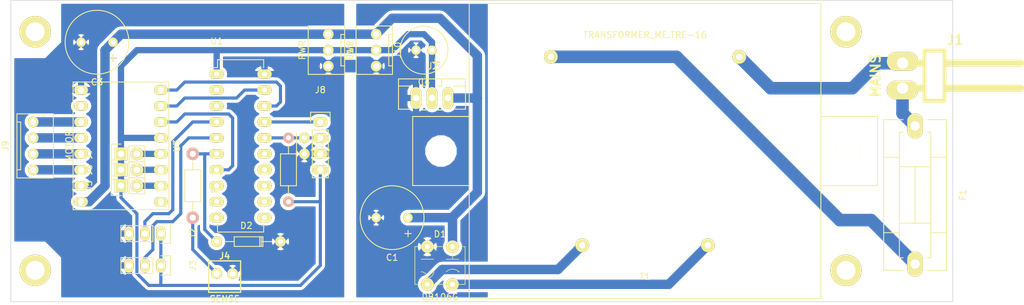
<source format=kicad_pcb>
(kicad_pcb (version 4) (host pcbnew "(2015-06-16 BZR 5762, Git d3b3131)-product")

  (general
    (links 57)
    (no_connects 0)
    (area 107.433001 17.4542 273.624001 68.618)
    (thickness 1.6)
    (drawings 4)
    (tracks 118)
    (zones 0)
    (modules 28)
    (nets 37)
  )

  (page A4)
  (layers
    (0 F.Cu signal)
    (31 B.Cu signal)
    (32 B.Adhes user)
    (33 F.Adhes user)
    (34 B.Paste user)
    (35 F.Paste user)
    (36 B.SilkS user)
    (37 F.SilkS user)
    (38 B.Mask user)
    (39 F.Mask user)
    (40 Dwgs.User user)
    (41 Cmts.User user)
    (42 Eco1.User user)
    (43 Eco2.User user)
    (44 Edge.Cuts user)
  )

  (setup
    (last_trace_width 1)
    (user_trace_width 0.5)
    (user_trace_width 1)
    (user_trace_width 1.5)
    (user_trace_width 2)
    (trace_clearance 0.254)
    (zone_clearance 0.5)
    (zone_45_only no)
    (trace_min 0.254)
    (segment_width 0.2)
    (edge_width 0.1)
    (via_size 0.889)
    (via_drill 0.635)
    (via_min_size 0.889)
    (via_min_drill 0.508)
    (uvia_size 0.508)
    (uvia_drill 0.127)
    (uvias_allowed no)
    (uvia_min_size 0.508)
    (uvia_min_drill 0.127)
    (pcb_text_width 0.3)
    (pcb_text_size 1.5 1.5)
    (mod_edge_width 0.3)
    (mod_text_size 1 1)
    (mod_text_width 0.15)
    (pad_size 2.3 1.5)
    (pad_drill 0.8)
    (pad_to_mask_clearance 0)
    (aux_axis_origin 112 68)
    (grid_origin 112 68)
    (visible_elements 7FFFFFFF)
    (pcbplotparams
      (layerselection 0x00030_80000001)
      (usegerberextensions false)
      (excludeedgelayer true)
      (linewidth 0.150000)
      (plotframeref false)
      (viasonmask false)
      (mode 1)
      (useauxorigin false)
      (hpglpennumber 1)
      (hpglpenspeed 20)
      (hpglpendiameter 15)
      (hpglpenoverlay 2)
      (psnegative false)
      (psa4output false)
      (plotreference true)
      (plotvalue true)
      (plotinvisibletext false)
      (padsonsilk false)
      (subtractmaskfromsilk false)
      (outputformat 2)
      (mirror false)
      (drillshape 1)
      (scaleselection 1)
      (outputdirectory PSU_GERBER/))
  )

  (net 0 "")
  (net 1 GND)
  (net 2 +12V)
  (net 3 "Net-(C2-Pad1)")
  (net 4 +3V3)
  (net 5 "Net-(D1-Pad2)")
  (net 6 "Net-(D1-Pad3)")
  (net 7 SENSE)
  (net 8 "Net-(F1-Pad2)")
  (net 9 "Net-(F1-Pad1)")
  (net 10 ENDSTOP1)
  (net 11 ENDSTOP2)
  (net 12 "Net-(J4-Pad1)")
  (net 13 "Net-(J5-Pad2)")
  (net 14 "Net-(J6-Pad2)")
  (net 15 "Net-(J7-Pad2)")
  (net 16 "Net-(J8-Pad1)")
  (net 17 "Net-(J9-Pad2)")
  (net 18 "Net-(J9-Pad3)")
  (net 19 "Net-(J9-Pad4)")
  (net 20 "Net-(J9-Pad1)")
  (net 21 "Net-(U1-Pad2)")
  (net 22 "Net-(U1-Pad3)")
  (net 23 SLEEP)
  (net 24 "Net-(U1-Pad8)")
  (net 25 "Net-(U1-Pad9)")
  (net 26 "Net-(U1-Pad10)")
  (net 27 "Net-(U1-Pad11)")
  (net 28 "Net-(U1-Pad12)")
  (net 29 "Net-(U1-Pad13)")
  (net 30 "Net-(U1-Pad14)")
  (net 31 "Net-(U1-Pad15)")
  (net 32 DIR)
  (net 33 STEP)
  (net 34 "Net-(U3-Pad1)")
  (net 35 "Net-(U3-Pad10)")
  (net 36 "Net-(J1-Pad1)")

  (net_class Default "This is the default net class."
    (clearance 0.254)
    (trace_width 0.254)
    (via_dia 0.889)
    (via_drill 0.635)
    (uvia_dia 0.508)
    (uvia_drill 0.127)
    (add_net +12V)
    (add_net +3V3)
    (add_net DIR)
    (add_net ENDSTOP1)
    (add_net ENDSTOP2)
    (add_net GND)
    (add_net "Net-(C2-Pad1)")
    (add_net "Net-(D1-Pad2)")
    (add_net "Net-(D1-Pad3)")
    (add_net "Net-(F1-Pad1)")
    (add_net "Net-(F1-Pad2)")
    (add_net "Net-(J1-Pad1)")
    (add_net "Net-(J4-Pad1)")
    (add_net "Net-(J5-Pad2)")
    (add_net "Net-(J6-Pad2)")
    (add_net "Net-(J7-Pad2)")
    (add_net "Net-(J8-Pad1)")
    (add_net "Net-(J9-Pad1)")
    (add_net "Net-(J9-Pad2)")
    (add_net "Net-(J9-Pad3)")
    (add_net "Net-(J9-Pad4)")
    (add_net "Net-(U1-Pad10)")
    (add_net "Net-(U1-Pad11)")
    (add_net "Net-(U1-Pad12)")
    (add_net "Net-(U1-Pad13)")
    (add_net "Net-(U1-Pad14)")
    (add_net "Net-(U1-Pad15)")
    (add_net "Net-(U1-Pad2)")
    (add_net "Net-(U1-Pad3)")
    (add_net "Net-(U1-Pad8)")
    (add_net "Net-(U1-Pad9)")
    (add_net "Net-(U3-Pad1)")
    (add_net "Net-(U3-Pad10)")
    (add_net SENSE)
    (add_net SLEEP)
    (add_net STEP)
  )

  (module Capacitors_Elko_ThroughHole:Elko_vert_20x10mm_RM5 (layer F.Cu) (tedit 5454A3C5) (tstamp 55DBF403)
    (at 175.26 54.61 180)
    (descr "Electrolytic Capacitor, vertical, diameter 10mm, RM 5mm, radial,")
    (tags "Electrolytic Capacitor, vertical, diameter 10mm, RM 5mm, Elko, Electrolytkondensator, Kondensator gepolt, Durchmesser 10mm, radial,")
    (path /522AA378)
    (fp_text reference C1 (at 2.54 -6.35 180) (layer F.SilkS)
      (effects (font (size 1 1) (thickness 0.15)))
    )
    (fp_text value 1000uF/25V (at 2.54 6.35 180) (layer F.Fab)
      (effects (font (size 1 1) (thickness 0.15)))
    )
    (fp_line (start 0 -3.048) (end 0 -2.032) (layer F.SilkS) (width 0.15))
    (fp_line (start -0.508 -2.54) (end 0.508 -2.54) (layer F.SilkS) (width 0.15))
    (fp_line (start -0.508 -2.54) (end 0.508 -2.54) (layer F.Cu) (width 0.15))
    (fp_line (start 0 -3.048) (end 0 -2.032) (layer F.Cu) (width 0.15))
    (fp_circle (center 2.54 0) (end 7.62 0) (layer F.SilkS) (width 0.15))
    (pad 2 thru_hole circle (at 5.08 0 180) (size 1.50114 1.50114) (drill 0.8001) (layers *.Cu *.Mask F.SilkS)
      (net 1 GND))
    (pad 1 thru_hole circle (at 0 0 180) (size 1.50114 1.50114) (drill 0.8001) (layers *.Cu *.Mask F.SilkS)
      (net 2 +12V))
    (model Capacitors_Elko_ThroughHole.3dshapes/Elko_vert_20x10mm_RM5.wrl
      (at (xyz 0 0 0))
      (scale (xyz 1 1 1))
      (rotate (xyz 0 0 0))
    )
  )

  (module Capacitors_ThroughHole:C_Rect_L4_W2.5_P2.5 (layer F.Cu) (tedit 55DCB506) (tstamp 55DBF409)
    (at 158.75 41.91 270)
    (descr "Film Capacitor Length 4mm x Width 2.5mm, Pitch 2.5mm")
    (tags Capacitor)
    (path /55D24EC7)
    (fp_text reference C2 (at 1.25 -2.5 270) (layer F.SilkS)
      (effects (font (size 1 1) (thickness 0.15)))
    )
    (fp_text value C (at 1.25 2.5 270) (layer F.Fab)
      (effects (font (size 1 1) (thickness 0.15)))
    )
    (fp_line (start -1 -1.5) (end 3.5 -1.5) (layer F.CrtYd) (width 0.05))
    (fp_line (start 3.5 -1.5) (end 3.5 1.5) (layer F.CrtYd) (width 0.05))
    (fp_line (start 3.5 1.5) (end -1 1.5) (layer F.CrtYd) (width 0.05))
    (fp_line (start -1 1.5) (end -1 -1.5) (layer F.CrtYd) (width 0.05))
    (fp_line (start -0.75 -1.25) (end 3.25 -1.25) (layer F.SilkS) (width 0.15))
    (fp_line (start -0.75 1.25) (end 3.25 1.25) (layer F.SilkS) (width 0.15))
    (pad 1 thru_hole circle (at 0 0 270) (size 1.7 1.7) (drill 0.8) (layers *.Cu *.Mask F.SilkS)
      (net 3 "Net-(C2-Pad1)"))
    (pad 2 thru_hole circle (at 2.54 0 270) (size 1.7 1.7) (drill 0.8) (layers *.Cu *.Mask F.SilkS)
      (net 1 GND))
  )

  (module Capacitors_Elko_ThroughHole:Elko_vert_20x10mm_RM5 (layer F.Cu) (tedit 5454A3C5) (tstamp 55DBF40F)
    (at 128.27 26.67 180)
    (descr "Electrolytic Capacitor, vertical, diameter 10mm, RM 5mm, radial,")
    (tags "Electrolytic Capacitor, vertical, diameter 10mm, RM 5mm, Elko, Electrolytkondensator, Kondensator gepolt, Durchmesser 10mm, radial,")
    (path /55CA3CDD)
    (fp_text reference C3 (at 2.54 -6.35 180) (layer F.SilkS)
      (effects (font (size 1 1) (thickness 0.15)))
    )
    (fp_text value 100uF/25V (at 2.54 6.35 180) (layer F.Fab)
      (effects (font (size 1 1) (thickness 0.15)))
    )
    (fp_line (start 0 -3.048) (end 0 -2.032) (layer F.SilkS) (width 0.15))
    (fp_line (start -0.508 -2.54) (end 0.508 -2.54) (layer F.SilkS) (width 0.15))
    (fp_line (start -0.508 -2.54) (end 0.508 -2.54) (layer F.Cu) (width 0.15))
    (fp_line (start 0 -3.048) (end 0 -2.032) (layer F.Cu) (width 0.15))
    (fp_circle (center 2.54 0) (end 7.62 0) (layer F.SilkS) (width 0.15))
    (pad 2 thru_hole circle (at 5.08 0 180) (size 1.50114 1.50114) (drill 0.8001) (layers *.Cu *.Mask F.SilkS)
      (net 1 GND))
    (pad 1 thru_hole circle (at 0 0 180) (size 1.50114 1.50114) (drill 0.8001) (layers *.Cu *.Mask F.SilkS)
      (net 2 +12V))
    (model Capacitors_Elko_ThroughHole.3dshapes/Elko_vert_20x10mm_RM5.wrl
      (at (xyz 0 0 0))
      (scale (xyz 1 1 1))
      (rotate (xyz 0 0 0))
    )
  )

  (module Capacitors_Elko_ThroughHole:Elko_vert_11.2x7.5mm_RM2.5 (layer F.Cu) (tedit 5454A17B) (tstamp 55DBF415)
    (at 179.07 27.94 180)
    (descr "Electrolytic Capacitor, vertical, diameter 7,5mm, RM 2,5mm, radial,")
    (tags "Electrolytic Capacitor, vertical, diameter 7,5mm, RM 2,5mm, Elko, Electrolytkondensator, Kondensator gepolt, Durchmesser 7,5mm, radial,")
    (path /522AAC76)
    (fp_text reference C4 (at 1.27 -5.08 180) (layer F.SilkS)
      (effects (font (size 1 1) (thickness 0.15)))
    )
    (fp_text value 220uF/6.3V (at 1.27 6.35 180) (layer F.Fab)
      (effects (font (size 1 1) (thickness 0.15)))
    )
    (fp_line (start -0.508 -2.54) (end -0.508 -1.27) (layer F.SilkS) (width 0.15))
    (fp_line (start -1.143 -1.905) (end 0 -1.905) (layer F.SilkS) (width 0.15))
    (fp_line (start -0.508 -2.54) (end -0.508 -1.27) (layer F.Cu) (width 0.15))
    (fp_line (start -1.143 -1.905) (end 0 -1.905) (layer F.Cu) (width 0.15))
    (fp_circle (center 1.27 0) (end 5.08 0) (layer F.SilkS) (width 0.15))
    (pad 2 thru_hole circle (at 2.54 0 180) (size 1.50114 1.50114) (drill 0.8001) (layers *.Cu *.Mask F.SilkS)
      (net 1 GND))
    (pad 1 thru_hole circle (at 0 0 180) (size 1.50114 1.50114) (drill 0.8001) (layers *.Cu *.Mask F.SilkS)
      (net 4 +3V3))
    (model Capacitors_Elko_ThroughHole.3dshapes/Elko_vert_11.2x7.5mm_RM2.5.wrl
      (at (xyz 0 0 0))
      (scale (xyz 1 1 1))
      (rotate (xyz 0 0 0))
    )
  )

  (module suf_diode_bridge:DB-4 (layer F.Cu) (tedit 525A2562) (tstamp 55DBF41D)
    (at 180.34 62.23)
    (path /522AA2AF)
    (fp_text reference D1 (at 0 -5) (layer F.SilkS)
      (effects (font (size 1 1) (thickness 0.15)))
    )
    (fp_text value DB106G (at 0 5) (layer F.SilkS)
      (effects (font (size 1 1) (thickness 0.15)))
    )
    (fp_line (start 2 -2) (end 2 -1) (layer F.SilkS) (width 0))
    (fp_line (start 1 -1) (end 3 -1) (layer F.SilkS) (width 0))
    (fp_line (start -3 -1) (end -1 -1) (layer F.SilkS) (width 0))
    (fp_arc (start 2 2) (end 1 1) (angle 90) (layer F.SilkS) (width 0))
    (fp_arc (start 3 1) (end 3 1) (angle 90) (layer F.SilkS) (width 0))
    (fp_arc (start -2 1) (end -1 1) (angle 90) (layer F.SilkS) (width 0))
    (fp_arc (start -3 2) (end -3 1) (angle 90) (layer F.SilkS) (width 0))
    (fp_line (start -4 -3) (end 4 -3) (layer F.SilkS) (width 0))
    (fp_line (start 4 -3) (end 4 3) (layer F.SilkS) (width 0))
    (fp_line (start 4 3) (end -4 3) (layer F.SilkS) (width 0))
    (fp_line (start -4 3) (end -4 -3) (layer F.SilkS) (width 0))
    (pad 1 thru_hole circle (at -2 -3) (size 2 2) (drill 0.762) (layers *.Cu *.Mask F.SilkS)
      (net 1 GND))
    (pad 2 thru_hole circle (at -2 3) (size 2 2) (drill 0.762) (layers *.Cu *.Mask F.SilkS)
      (net 5 "Net-(D1-Pad2)"))
    (pad 3 thru_hole circle (at 2 3) (size 2 2) (drill 0.762) (layers *.Cu *.Mask F.SilkS)
      (net 6 "Net-(D1-Pad3)"))
    (pad 4 thru_hole circle (at 2 -3) (size 2 2) (drill 0.762) (layers *.Cu *.Mask F.SilkS)
      (net 2 +12V))
  )

  (module Diodes_ThroughHole:Diode_DO-35_SOD27_Horizontal_RM10 (layer F.Cu) (tedit 55DCB54C) (tstamp 55DBF423)
    (at 154.94 58.42 180)
    (descr "Diode, DO-35,  SOD27, Horizontal, RM 10mm")
    (tags "Diode, DO-35, SOD27, Horizontal, RM 10mm, 1N4148,")
    (path /55DA94DB)
    (fp_text reference D2 (at 5.43052 2.53746 180) (layer F.SilkS)
      (effects (font (size 1 1) (thickness 0.15)))
    )
    (fp_text value BZX55C3V3 (at 4.41452 -3.55854 180) (layer F.Fab)
      (effects (font (size 1 1) (thickness 0.15)))
    )
    (fp_line (start 7.36652 -0.00254) (end 8.76352 -0.00254) (layer F.SilkS) (width 0.15))
    (fp_line (start 2.92152 -0.00254) (end 1.39752 -0.00254) (layer F.SilkS) (width 0.15))
    (fp_line (start 3.30252 -0.76454) (end 3.30252 0.75946) (layer F.SilkS) (width 0.15))
    (fp_line (start 3.04852 -0.76454) (end 3.04852 0.75946) (layer F.SilkS) (width 0.15))
    (fp_line (start 2.79452 -0.00254) (end 2.79452 0.75946) (layer F.SilkS) (width 0.15))
    (fp_line (start 2.79452 0.75946) (end 7.36652 0.75946) (layer F.SilkS) (width 0.15))
    (fp_line (start 7.36652 0.75946) (end 7.36652 -0.76454) (layer F.SilkS) (width 0.15))
    (fp_line (start 7.36652 -0.76454) (end 2.79452 -0.76454) (layer F.SilkS) (width 0.15))
    (fp_line (start 2.79452 -0.76454) (end 2.79452 -0.00254) (layer F.SilkS) (width 0.15))
    (pad 2 thru_hole circle (at 10.16052 -0.00254) (size 1.7 1.7) (drill 0.8) (layers *.Cu *.Mask F.SilkS)
      (net 7 SENSE))
    (pad 1 thru_hole circle (at 0.00052 -0.00254) (size 1.7 1.7) (drill 0.8) (layers *.Cu *.Mask F.SilkS)
      (net 1 GND))
    (model Diodes_ThroughHole.3dshapes/Diode_DO-35_SOD27_Horizontal_RM10.wrl
      (at (xyz 0.2 0 0))
      (scale (xyz 0.4 0.4 0.4))
      (rotate (xyz 0 0 180))
    )
  )

  (module Fuse_Holders_and_Fuses:Fuseholder5x20_horiz_SemiClosed_Casing10x25mm (layer F.Cu) (tedit 0) (tstamp 55DBF42F)
    (at 256 51 270)
    (descr "Fuseholder, 5x20, Semi closed, horizontal, Casing 10x25mm,")
    (tags "Fuseholder, 5x20, Semi closed, horizontal, Casing 10x25mm, Sicherungshalter, halbgeschlossen,")
    (path /55CA346A)
    (fp_text reference F1 (at 0 -7.62 270) (layer F.SilkS)
      (effects (font (size 1 1) (thickness 0.15)))
    )
    (fp_text value FUSE (at 1.27 7.62 270) (layer F.Fab)
      (effects (font (size 1 1) (thickness 0.15)))
    )
    (fp_line (start -5.99948 -2.49936) (end -5.99948 -5.00126) (layer F.SilkS) (width 0.15))
    (fp_line (start -5.99948 5.00126) (end -5.99948 2.49936) (layer F.SilkS) (width 0.15))
    (fp_line (start 5.99948 5.00126) (end 5.99948 2.49936) (layer F.SilkS) (width 0.15))
    (fp_line (start 5.99948 -5.00126) (end 5.99948 -2.49936) (layer F.SilkS) (width 0.15))
    (fp_line (start -4.50088 0) (end 4.50088 0) (layer F.SilkS) (width 0.15))
    (fp_line (start -4.50088 -2.49936) (end -4.50088 2.49936) (layer F.SilkS) (width 0.15))
    (fp_line (start 4.50088 -2.49936) (end 4.50088 2.49936) (layer F.SilkS) (width 0.15))
    (fp_line (start 9.99998 -1.89992) (end 9.99998 -2.49936) (layer F.SilkS) (width 0.15))
    (fp_line (start -9.99998 1.89992) (end -9.99998 2.49936) (layer F.SilkS) (width 0.15))
    (fp_line (start -9.99998 2.49936) (end 9.99998 2.49936) (layer F.SilkS) (width 0.15))
    (fp_line (start 9.99998 2.49936) (end 9.99998 1.89992) (layer F.SilkS) (width 0.15))
    (fp_line (start 9.99998 -2.49936) (end -9.99998 -2.49936) (layer F.SilkS) (width 0.15))
    (fp_line (start -9.99998 -2.49936) (end -9.99998 -1.89992) (layer F.SilkS) (width 0.15))
    (fp_line (start 11.99896 -1.89992) (end 11.99896 -5.00126) (layer F.SilkS) (width 0.15))
    (fp_line (start -11.99896 1.89992) (end -11.99896 5.00126) (layer F.SilkS) (width 0.15))
    (fp_line (start -11.99896 5.00126) (end 11.99896 5.00126) (layer F.SilkS) (width 0.15))
    (fp_line (start 11.99896 5.00126) (end 11.99896 1.89992) (layer F.SilkS) (width 0.15))
    (fp_line (start 11.99896 -5.00126) (end -11.99896 -5.00126) (layer F.SilkS) (width 0.15))
    (fp_line (start -11.99896 -5.00126) (end -11.99896 -1.89992) (layer F.SilkS) (width 0.15))
    (pad 2 thru_hole oval (at 11.00074 0 180) (size 2.49936 4.0005) (drill 1.50114) (layers *.Cu *.Mask F.SilkS)
      (net 8 "Net-(F1-Pad2)"))
    (pad 1 thru_hole oval (at -11.00074 0 180) (size 2.49936 4.0005) (drill 1.50114) (layers *.Cu *.Mask F.SilkS)
      (net 9 "Net-(F1-Pad1)"))
  )

  (module suf_connector_ncw:CONN_NCW396-02R (layer F.Cu) (tedit 55DBEABA) (tstamp 55DBF43D)
    (at 254 32 270)
    (path /55CA3777)
    (fp_text reference J1 (at -5.7 -8.4 360) (layer F.SilkS)
      (effects (font (thickness 0.3048)))
    )
    (fp_text value MAINS (at 0 4.3 270) (layer F.SilkS)
      (effects (font (thickness 0.3048)))
    )
    (fp_line (start 2 -7) (end 2 -18.8) (layer F.SilkS) (width 1.14))
    (fp_line (start -2 -7) (end -2 -18.8) (layer F.SilkS) (width 1.14))
    (fp_line (start 2 0) (end 2 -3.2) (layer F.SilkS) (width 1.14))
    (fp_line (start -2 0) (end -2 -3.2) (layer F.SilkS) (width 1.14))
    (fp_line (start -4 -3.5) (end -4 -6.7) (layer F.SilkS) (width 0.6))
    (fp_line (start 4 -3.5) (end 4 -6.7) (layer F.SilkS) (width 0.6))
    (fp_line (start -4.0005 -6.6995) (end 4.0005 -6.6995) (layer F.SilkS) (width 0.6))
    (fp_line (start -4.0005 -3.50126) (end 4.0005 -3.50126) (layer F.SilkS) (width 0.6))
    (pad 1 thru_hole oval (at -1.9812 0 270) (size 2.99974 5.00126) (drill 1.80086 (offset -0.3 0)) (layers *.Cu *.Mask F.SilkS)
      (net 36 "Net-(J1-Pad1)"))
    (pad 2 thru_hole oval (at 1.9812 0 270) (size 2.99974 5.00126) (drill 1.80086 (offset 0.3 0)) (layers *.Cu *.Mask F.SilkS)
      (net 9 "Net-(F1-Pad1)"))
  )

  (module Pin_Headers:Pin_Header_Straight_1x02 (layer F.Cu) (tedit 54EA090C) (tstamp 55DBF45F)
    (at 129.54 49.53 90)
    (descr "Through hole pin header")
    (tags "pin header")
    (path /55CA473E)
    (fp_text reference J5 (at 0 -5.1 90) (layer F.SilkS)
      (effects (font (size 1 1) (thickness 0.15)))
    )
    (fp_text value ~ (at 0 -3.1 90) (layer F.Fab)
      (effects (font (size 1 1) (thickness 0.15)))
    )
    (fp_line (start 1.27 1.27) (end 1.27 3.81) (layer F.SilkS) (width 0.15))
    (fp_line (start 1.55 -1.55) (end 1.55 0) (layer F.SilkS) (width 0.15))
    (fp_line (start -1.75 -1.75) (end -1.75 4.3) (layer F.CrtYd) (width 0.05))
    (fp_line (start 1.75 -1.75) (end 1.75 4.3) (layer F.CrtYd) (width 0.05))
    (fp_line (start -1.75 -1.75) (end 1.75 -1.75) (layer F.CrtYd) (width 0.05))
    (fp_line (start -1.75 4.3) (end 1.75 4.3) (layer F.CrtYd) (width 0.05))
    (fp_line (start 1.27 1.27) (end -1.27 1.27) (layer F.SilkS) (width 0.15))
    (fp_line (start -1.55 0) (end -1.55 -1.55) (layer F.SilkS) (width 0.15))
    (fp_line (start -1.55 -1.55) (end 1.55 -1.55) (layer F.SilkS) (width 0.15))
    (fp_line (start -1.27 1.27) (end -1.27 3.81) (layer F.SilkS) (width 0.15))
    (fp_line (start -1.27 3.81) (end 1.27 3.81) (layer F.SilkS) (width 0.15))
    (pad 1 thru_hole rect (at 0 0 90) (size 2.032 2.032) (drill 1.016) (layers *.Cu *.Mask F.SilkS)
      (net 4 +3V3))
    (pad 2 thru_hole oval (at 0 2.54 90) (size 2.032 2.032) (drill 1.016) (layers *.Cu *.Mask F.SilkS)
      (net 13 "Net-(J5-Pad2)"))
    (model Pin_Headers.3dshapes/Pin_Header_Straight_1x02.wrl
      (at (xyz 0 -0.05 0))
      (scale (xyz 1 1 1))
      (rotate (xyz 0 0 90))
    )
  )

  (module Pin_Headers:Pin_Header_Straight_1x02 (layer F.Cu) (tedit 54EA090C) (tstamp 55DBF465)
    (at 129.54 46.99 90)
    (descr "Through hole pin header")
    (tags "pin header")
    (path /55CA47D7)
    (fp_text reference J6 (at 0 -5.1 90) (layer F.SilkS)
      (effects (font (size 1 1) (thickness 0.15)))
    )
    (fp_text value ~ (at 0 -3.1 90) (layer F.Fab)
      (effects (font (size 1 1) (thickness 0.15)))
    )
    (fp_line (start 1.27 1.27) (end 1.27 3.81) (layer F.SilkS) (width 0.15))
    (fp_line (start 1.55 -1.55) (end 1.55 0) (layer F.SilkS) (width 0.15))
    (fp_line (start -1.75 -1.75) (end -1.75 4.3) (layer F.CrtYd) (width 0.05))
    (fp_line (start 1.75 -1.75) (end 1.75 4.3) (layer F.CrtYd) (width 0.05))
    (fp_line (start -1.75 -1.75) (end 1.75 -1.75) (layer F.CrtYd) (width 0.05))
    (fp_line (start -1.75 4.3) (end 1.75 4.3) (layer F.CrtYd) (width 0.05))
    (fp_line (start 1.27 1.27) (end -1.27 1.27) (layer F.SilkS) (width 0.15))
    (fp_line (start -1.55 0) (end -1.55 -1.55) (layer F.SilkS) (width 0.15))
    (fp_line (start -1.55 -1.55) (end 1.55 -1.55) (layer F.SilkS) (width 0.15))
    (fp_line (start -1.27 1.27) (end -1.27 3.81) (layer F.SilkS) (width 0.15))
    (fp_line (start -1.27 3.81) (end 1.27 3.81) (layer F.SilkS) (width 0.15))
    (pad 1 thru_hole rect (at 0 0 90) (size 2.032 2.032) (drill 1.016) (layers *.Cu *.Mask F.SilkS)
      (net 4 +3V3))
    (pad 2 thru_hole oval (at 0 2.54 90) (size 2.032 2.032) (drill 1.016) (layers *.Cu *.Mask F.SilkS)
      (net 14 "Net-(J6-Pad2)"))
    (model Pin_Headers.3dshapes/Pin_Header_Straight_1x02.wrl
      (at (xyz 0 -0.05 0))
      (scale (xyz 1 1 1))
      (rotate (xyz 0 0 90))
    )
  )

  (module Pin_Headers:Pin_Header_Straight_1x02 (layer F.Cu) (tedit 54EA090C) (tstamp 55DBF46B)
    (at 129.54 44.45 90)
    (descr "Through hole pin header")
    (tags "pin header")
    (path /55CA486E)
    (fp_text reference J7 (at 0 -5.1 90) (layer F.SilkS)
      (effects (font (size 1 1) (thickness 0.15)))
    )
    (fp_text value ~ (at 0 -3.1 90) (layer F.Fab)
      (effects (font (size 1 1) (thickness 0.15)))
    )
    (fp_line (start 1.27 1.27) (end 1.27 3.81) (layer F.SilkS) (width 0.15))
    (fp_line (start 1.55 -1.55) (end 1.55 0) (layer F.SilkS) (width 0.15))
    (fp_line (start -1.75 -1.75) (end -1.75 4.3) (layer F.CrtYd) (width 0.05))
    (fp_line (start 1.75 -1.75) (end 1.75 4.3) (layer F.CrtYd) (width 0.05))
    (fp_line (start -1.75 -1.75) (end 1.75 -1.75) (layer F.CrtYd) (width 0.05))
    (fp_line (start -1.75 4.3) (end 1.75 4.3) (layer F.CrtYd) (width 0.05))
    (fp_line (start 1.27 1.27) (end -1.27 1.27) (layer F.SilkS) (width 0.15))
    (fp_line (start -1.55 0) (end -1.55 -1.55) (layer F.SilkS) (width 0.15))
    (fp_line (start -1.55 -1.55) (end 1.55 -1.55) (layer F.SilkS) (width 0.15))
    (fp_line (start -1.27 1.27) (end -1.27 3.81) (layer F.SilkS) (width 0.15))
    (fp_line (start -1.27 3.81) (end 1.27 3.81) (layer F.SilkS) (width 0.15))
    (pad 1 thru_hole rect (at 0 0 90) (size 2.032 2.032) (drill 1.016) (layers *.Cu *.Mask F.SilkS)
      (net 4 +3V3))
    (pad 2 thru_hole oval (at 0 2.54 90) (size 2.032 2.032) (drill 1.016) (layers *.Cu *.Mask F.SilkS)
      (net 15 "Net-(J7-Pad2)"))
    (model Pin_Headers.3dshapes/Pin_Header_Straight_1x02.wrl
      (at (xyz 0 -0.05 0))
      (scale (xyz 1 1 1))
      (rotate (xyz 0 0 90))
    )
  )

  (module Pin_Headers:Pin_Header_Straight_1x04 (layer F.Cu) (tedit 55DCB63B) (tstamp 55DBF473)
    (at 161.29 39.37)
    (descr "Through hole pin header")
    (tags "pin header")
    (path /55CA4301)
    (fp_text reference J8 (at 0 -5.1) (layer F.SilkS)
      (effects (font (size 1 1) (thickness 0.15)))
    )
    (fp_text value TI_SBW (at 0 -3.1) (layer F.Fab)
      (effects (font (size 1 1) (thickness 0.15)))
    )
    (fp_line (start -1.75 -1.75) (end -1.75 9.4) (layer F.CrtYd) (width 0.05))
    (fp_line (start 1.75 -1.75) (end 1.75 9.4) (layer F.CrtYd) (width 0.05))
    (fp_line (start -1.75 -1.75) (end 1.75 -1.75) (layer F.CrtYd) (width 0.05))
    (fp_line (start -1.75 9.4) (end 1.75 9.4) (layer F.CrtYd) (width 0.05))
    (fp_line (start -1.27 1.27) (end -1.27 8.89) (layer F.SilkS) (width 0.15))
    (fp_line (start 1.27 1.27) (end 1.27 8.89) (layer F.SilkS) (width 0.15))
    (fp_line (start 1.55 -1.55) (end 1.55 0) (layer F.SilkS) (width 0.15))
    (fp_line (start -1.27 8.89) (end 1.27 8.89) (layer F.SilkS) (width 0.15))
    (fp_line (start 1.27 1.27) (end -1.27 1.27) (layer F.SilkS) (width 0.15))
    (fp_line (start -1.55 0) (end -1.55 -1.55) (layer F.SilkS) (width 0.15))
    (fp_line (start -1.55 -1.55) (end 1.55 -1.55) (layer F.SilkS) (width 0.15))
    (pad 1 thru_hole oval (at 0 0) (size 2.3 1.5) (drill 1) (layers *.Cu *.Mask F.SilkS)
      (net 16 "Net-(J8-Pad1)"))
    (pad 2 thru_hole oval (at 0 2.54) (size 2.3 1.5) (drill 1) (layers *.Cu *.Mask F.SilkS)
      (net 3 "Net-(C2-Pad1)"))
    (pad 3 thru_hole oval (at 0 5.08) (size 2.3 1.5) (drill 1) (layers *.Cu *.Mask F.SilkS)
      (net 1 GND))
    (pad 4 thru_hole oval (at 0 7.62) (size 2.3 1.5) (drill 1) (layers *.Cu *.Mask F.SilkS)
      (net 4 +3V3))
    (model Pin_Headers.3dshapes/Pin_Header_Straight_1x04.wrl
      (at (xyz 0 -0.15 0))
      (scale (xyz 1 1 1))
      (rotate (xyz 0 0 90))
    )
  )

  (module suf_connector_ncw:CONN_NCW254-04S (layer F.Cu) (tedit 525A1E9F) (tstamp 55DBF482)
    (at 115.57 43.18 90)
    (path /55CA3E73)
    (fp_text reference J9 (at 0 -4.445 90) (layer F.SilkS)
      (effects (font (size 1 1) (thickness 0.15)))
    )
    (fp_text value MOTOR (at 0 5.715 90) (layer F.SilkS)
      (effects (font (size 1 1) (thickness 0.15)))
    )
    (fp_line (start 3.8 -2) (end -3.8 -2) (layer F.SilkS) (width 0.15))
    (fp_line (start 5.1 -2.6) (end -5.1 -2.6) (layer F.SilkS) (width 0.15))
    (fp_line (start -5.1 3.2) (end 5.1 3.2) (layer F.SilkS) (width 0.15))
    (fp_line (start -3.8 -2.6) (end -3.8 -2) (layer F.SilkS) (width 0.15))
    (fp_line (start 3.8 -2) (end 3.8 -2.6) (layer F.SilkS) (width 0.15))
    (fp_line (start 5.1 -2.6) (end 5.1 3.2) (layer F.SilkS) (width 0.15))
    (fp_line (start -5.1 3.2) (end -5.1 -2.6) (layer F.SilkS) (width 0.15))
    (pad 2 thru_hole circle (at -1.27 0 90) (size 1.7 1.7) (drill 1) (layers *.Cu *.Mask F.SilkS)
      (net 17 "Net-(J9-Pad2)"))
    (pad 3 thru_hole circle (at 1.27 0 90) (size 1.7 1.7) (drill 1) (layers *.Cu *.Mask F.SilkS)
      (net 18 "Net-(J9-Pad3)"))
    (pad 4 thru_hole circle (at 3.81 0 90) (size 1.7 1.7) (drill 1) (layers *.Cu *.Mask F.SilkS)
      (net 19 "Net-(J9-Pad4)"))
    (pad 1 thru_hole circle (at -3.81 0 90) (size 1.7 1.7) (drill 1) (layers *.Cu *.Mask F.SilkS)
      (net 20 "Net-(J9-Pad1)"))
  )

  (module suf_connector_ncw:CONN_NCW254-03S (layer F.Cu) (tedit 525A1FCA) (tstamp 55DBF490)
    (at 170.18 27.94 270)
    (path /55DBD7D6)
    (fp_text reference J10 (at 0 -3.45 270) (layer F.SilkS)
      (effects (font (size 1 1) (thickness 0.15)))
    )
    (fp_text value PWR (at 0 4.15 270) (layer F.SilkS)
      (effects (font (size 1 1) (thickness 0.15)))
    )
    (fp_line (start 2.5 -2) (end -2.5 -2) (layer F.SilkS) (width 0.15))
    (fp_line (start 2.5 -2.6) (end 2.5 -2) (layer F.SilkS) (width 0.15))
    (fp_line (start -2.5 -2.6) (end -2.5 -2) (layer F.SilkS) (width 0.15))
    (fp_line (start 3.85 -2.6) (end 3.85 3.2) (layer F.SilkS) (width 0.15))
    (fp_line (start -3.85 -2.6) (end 3.85 -2.6) (layer F.SilkS) (width 0.15))
    (fp_line (start -3.85 3.2) (end -3.85 -2.6) (layer F.SilkS) (width 0.15))
    (fp_line (start -3.85 3.2) (end 3.85 3.2) (layer F.SilkS) (width 0.15))
    (pad 2 thru_hole circle (at 0 0 270) (size 1.7 1.7) (drill 1) (layers *.Cu *.Mask F.SilkS)
      (net 4 +3V3))
    (pad 3 thru_hole circle (at 2.54 0 270) (size 1.7 1.7) (drill 1) (layers *.Cu *.Mask F.SilkS)
      (net 1 GND))
    (pad 1 thru_hole circle (at -2.54 0 270) (size 1.7 1.7) (drill 1) (layers *.Cu *.Mask F.SilkS)
      (net 2 +12V))
  )

  (module suf_connector_ncw:CONN_NCW254-03S (layer F.Cu) (tedit 525A1FCA) (tstamp 55DBF49E)
    (at 162.56 27.94 270)
    (path /55DBDD34)
    (fp_text reference J11 (at 0 -3.45 270) (layer F.SilkS)
      (effects (font (size 1 1) (thickness 0.15)))
    )
    (fp_text value PWR (at 0 4.15 270) (layer F.SilkS)
      (effects (font (size 1 1) (thickness 0.15)))
    )
    (fp_line (start 2.5 -2) (end -2.5 -2) (layer F.SilkS) (width 0.15))
    (fp_line (start 2.5 -2.6) (end 2.5 -2) (layer F.SilkS) (width 0.15))
    (fp_line (start -2.5 -2.6) (end -2.5 -2) (layer F.SilkS) (width 0.15))
    (fp_line (start 3.85 -2.6) (end 3.85 3.2) (layer F.SilkS) (width 0.15))
    (fp_line (start -3.85 -2.6) (end 3.85 -2.6) (layer F.SilkS) (width 0.15))
    (fp_line (start -3.85 3.2) (end -3.85 -2.6) (layer F.SilkS) (width 0.15))
    (fp_line (start -3.85 3.2) (end 3.85 3.2) (layer F.SilkS) (width 0.15))
    (pad 2 thru_hole circle (at 0 0 270) (size 1.7 1.7) (drill 1) (layers *.Cu *.Mask F.SilkS)
      (net 4 +3V3))
    (pad 3 thru_hole circle (at 2.54 0 270) (size 1.7 1.7) (drill 1) (layers *.Cu *.Mask F.SilkS)
      (net 1 GND))
    (pad 1 thru_hole circle (at -2.54 0 270) (size 1.7 1.7) (drill 1) (layers *.Cu *.Mask F.SilkS)
      (net 2 +12V))
  )

  (module Resistors_ThroughHole:Resistor_Horizontal_RM10mm (layer F.Cu) (tedit 53F56209) (tstamp 55DBF4AA)
    (at 140.97 49.53 270)
    (descr "Resistor, Axial,  RM 10mm, 1/3W,")
    (tags "Resistor, Axial, RM 10mm, 1/3W,")
    (path /55DA9632)
    (fp_text reference R1 (at 0.24892 -3.50012 270) (layer F.SilkS)
      (effects (font (size 1 1) (thickness 0.15)))
    )
    (fp_text value 10k (at 3.81 3.81 270) (layer F.Fab)
      (effects (font (size 1 1) (thickness 0.15)))
    )
    (fp_line (start -2.54 -1.27) (end 2.54 -1.27) (layer F.SilkS) (width 0.15))
    (fp_line (start 2.54 -1.27) (end 2.54 1.27) (layer F.SilkS) (width 0.15))
    (fp_line (start 2.54 1.27) (end -2.54 1.27) (layer F.SilkS) (width 0.15))
    (fp_line (start -2.54 1.27) (end -2.54 -1.27) (layer F.SilkS) (width 0.15))
    (fp_line (start -2.54 0) (end -3.81 0) (layer F.SilkS) (width 0.15))
    (fp_line (start 2.54 0) (end 3.81 0) (layer F.SilkS) (width 0.15))
    (pad 1 thru_hole circle (at -5.08 0 270) (size 1.99898 1.99898) (drill 1.00076) (layers *.Cu *.SilkS *.Mask)
      (net 7 SENSE))
    (pad 2 thru_hole circle (at 5.08 0 270) (size 1.99898 1.99898) (drill 1.00076) (layers *.Cu *.SilkS *.Mask)
      (net 12 "Net-(J4-Pad1)"))
    (model Resistors_ThroughHole.3dshapes/Resistor_Horizontal_RM10mm.wrl
      (at (xyz 0 0 0))
      (scale (xyz 0.4 0.4 0.4))
      (rotate (xyz 0 0 0))
    )
  )

  (module Resistors_ThroughHole:Resistor_Horizontal_RM10mm (layer F.Cu) (tedit 55DCB51F) (tstamp 55DBF4B0)
    (at 156.21 46.99 90)
    (descr "Resistor, Axial,  RM 10mm, 1/3W,")
    (tags "Resistor, Axial, RM 10mm, 1/3W,")
    (path /55D24FE6)
    (fp_text reference R2 (at 0.24892 -3.50012 90) (layer F.SilkS)
      (effects (font (size 1 1) (thickness 0.15)))
    )
    (fp_text value 47K (at 3.81 3.81 90) (layer F.Fab)
      (effects (font (size 1 1) (thickness 0.15)))
    )
    (fp_line (start -2.54 -1.27) (end 2.54 -1.27) (layer F.SilkS) (width 0.15))
    (fp_line (start 2.54 -1.27) (end 2.54 1.27) (layer F.SilkS) (width 0.15))
    (fp_line (start 2.54 1.27) (end -2.54 1.27) (layer F.SilkS) (width 0.15))
    (fp_line (start -2.54 1.27) (end -2.54 -1.27) (layer F.SilkS) (width 0.15))
    (fp_line (start -2.54 0) (end -3.81 0) (layer F.SilkS) (width 0.15))
    (fp_line (start 2.54 0) (end 3.81 0) (layer F.SilkS) (width 0.15))
    (pad 1 thru_hole circle (at -5.08 0 90) (size 1.7 1.7) (drill 0.8) (layers *.Cu *.SilkS *.Mask)
      (net 4 +3V3))
    (pad 2 thru_hole circle (at 5.08 0 90) (size 1.7 1.7) (drill 0.8) (layers *.Cu *.SilkS *.Mask)
      (net 3 "Net-(C2-Pad1)"))
    (model Resistors_ThroughHole.3dshapes/Resistor_Horizontal_RM10mm.wrl
      (at (xyz 0 0 0))
      (scale (xyz 0.4 0.4 0.4))
      (rotate (xyz 0 0 0))
    )
  )

  (module suf_transformer:TR_ME.TRE-16 (layer F.Cu) (tedit 55DBDE56) (tstamp 55DBF4C4)
    (at 213 44)
    (path /55CA08D7)
    (fp_text reference T1 (at 0 20) (layer F.SilkS)
      (effects (font (size 1 1) (thickness 0.15)))
    )
    (fp_text value TRANSFORMER_ME.TRE-16 (at 0 -18.5) (layer F.SilkS)
      (effects (font (size 1 1) (thickness 0.15)))
    )
    (fp_line (start 28 -5.5) (end 37 -5.5) (layer F.SilkS) (width 0.15))
    (fp_line (start 37 -5.5) (end 37 5.5) (layer F.SilkS) (width 0.15))
    (fp_line (start 37 5.5) (end 28 5.5) (layer F.SilkS) (width 0.15))
    (fp_line (start -28 -5.5) (end -37 -5.5) (layer F.SilkS) (width 0.15))
    (fp_line (start -37 -5.5) (end -37 5.5) (layer F.SilkS) (width 0.15))
    (fp_line (start -37 5.5) (end -28 5.5) (layer F.SilkS) (width 0.15))
    (fp_line (start -28 -23.5) (end -28 23.5) (layer F.SilkS) (width 0.15))
    (fp_line (start -28 23.5) (end 28 23.5) (layer F.SilkS) (width 0.15))
    (fp_line (start 28 23.5) (end 28 -23.5) (layer F.SilkS) (width 0.15))
    (fp_line (start 28 -23.5) (end -28 -23.5) (layer F.SilkS) (width 0.15))
    (pad "" np_thru_hole circle (at -32.5 0) (size 4 4) (drill 4) (layers *.Cu *.Mask F.SilkS))
    (pad "" np_thru_hole circle (at 32.5 0) (size 4 4) (drill 4) (layers *.Cu *.Mask F.SilkS))
    (pad 1 thru_hole circle (at -15 -15) (size 2.2 2.2) (drill 1) (layers *.Cu *.Mask F.SilkS)
      (net 8 "Net-(F1-Pad2)"))
    (pad 7 thru_hole circle (at 15 -15) (size 2.2 2.2) (drill 1) (layers *.Cu *.Mask F.SilkS)
      (net 36 "Net-(J1-Pad1)"))
    (pad 9 thru_hole circle (at 10 15) (size 2.2 2.2) (drill 1) (layers *.Cu *.Mask F.SilkS)
      (net 6 "Net-(D1-Pad3)"))
    (pad 13 thru_hole circle (at -10 15) (size 2.2 2.2) (drill 1) (layers *.Cu *.Mask F.SilkS)
      (net 5 "Net-(D1-Pad2)"))
  )

  (module Housings_DIP:DIP-20_W7.62mm_LongPads (layer F.Cu) (tedit 55DCBC54) (tstamp 55DBF4DC)
    (at 144.78 31.75)
    (descr "20-lead dip package, row spacing 7.62 mm (300 mils), longer pads")
    (tags "dil dip 2.54 300")
    (path /55CA42BC)
    (fp_text reference U1 (at 0 -5.22) (layer F.SilkS)
      (effects (font (size 1 1) (thickness 0.15)))
    )
    (fp_text value MSP430G2553 (at 0 -3.72) (layer F.Fab)
      (effects (font (size 1 1) (thickness 0.15)))
    )
    (fp_line (start -1.4 -2.45) (end -1.4 25.35) (layer F.CrtYd) (width 0.05))
    (fp_line (start 9 -2.45) (end 9 25.35) (layer F.CrtYd) (width 0.05))
    (fp_line (start -1.4 -2.45) (end 9 -2.45) (layer F.CrtYd) (width 0.05))
    (fp_line (start -1.4 25.35) (end 9 25.35) (layer F.CrtYd) (width 0.05))
    (fp_line (start 0.135 -2.295) (end 0.135 -1.025) (layer F.SilkS) (width 0.15))
    (fp_line (start 7.485 -2.295) (end 7.485 -1.025) (layer F.SilkS) (width 0.15))
    (fp_line (start 7.485 25.155) (end 7.485 23.885) (layer F.SilkS) (width 0.15))
    (fp_line (start 0.135 25.155) (end 0.135 23.885) (layer F.SilkS) (width 0.15))
    (fp_line (start 0.135 -2.295) (end 7.485 -2.295) (layer F.SilkS) (width 0.15))
    (fp_line (start 0.135 25.155) (end 7.485 25.155) (layer F.SilkS) (width 0.15))
    (fp_line (start 0.135 -1.025) (end -1.15 -1.025) (layer F.SilkS) (width 0.15))
    (pad 1 thru_hole oval (at 0 0) (size 2.3 1.5) (drill 0.8) (layers *.Cu *.Mask F.SilkS)
      (net 4 +3V3))
    (pad 2 thru_hole oval (at 0 2.54) (size 2.3 1.5) (drill 0.8) (layers *.Cu *.Mask F.SilkS)
      (net 21 "Net-(U1-Pad2)"))
    (pad 3 thru_hole oval (at 0 5.08) (size 2.3 1.5) (drill 0.8) (layers *.Cu *.Mask F.SilkS)
      (net 22 "Net-(U1-Pad3)"))
    (pad 4 thru_hole oval (at 0 7.62) (size 2.3 1.5) (drill 0.8) (layers *.Cu *.Mask F.SilkS)
      (net 10 ENDSTOP1))
    (pad 5 thru_hole oval (at 0 10.16) (size 2.3 1.5) (drill 0.8) (layers *.Cu *.Mask F.SilkS)
      (net 11 ENDSTOP2))
    (pad 6 thru_hole oval (at 0 12.7) (size 2.3 1.5) (drill 0.8) (layers *.Cu *.Mask F.SilkS)
      (net 7 SENSE))
    (pad 7 thru_hole oval (at 0 15.24) (size 2.3 1.5) (drill 0.8) (layers *.Cu *.Mask F.SilkS)
      (net 23 SLEEP))
    (pad 8 thru_hole oval (at 0 17.78) (size 2.3 1.5) (drill 0.8) (layers *.Cu *.Mask F.SilkS)
      (net 24 "Net-(U1-Pad8)"))
    (pad 9 thru_hole oval (at 0 20.32) (size 2.3 1.5) (drill 0.8) (layers *.Cu *.Mask F.SilkS)
      (net 25 "Net-(U1-Pad9)"))
    (pad 10 thru_hole oval (at 0 22.86) (size 2.3 1.5) (drill 0.8) (layers *.Cu *.Mask F.SilkS)
      (net 26 "Net-(U1-Pad10)"))
    (pad 11 thru_hole oval (at 7.62 22.86) (size 2.3 1.5) (drill 0.8) (layers *.Cu *.Mask F.SilkS)
      (net 27 "Net-(U1-Pad11)"))
    (pad 12 thru_hole oval (at 7.62 20.32) (size 2.3 1.5) (drill 0.8) (layers *.Cu *.Mask F.SilkS)
      (net 28 "Net-(U1-Pad12)"))
    (pad 13 thru_hole oval (at 7.62 17.78) (size 2.3 1.5) (drill 0.8) (layers *.Cu *.Mask F.SilkS)
      (net 29 "Net-(U1-Pad13)"))
    (pad 14 thru_hole oval (at 7.62 15.24) (size 2.3 1.5) (drill 0.8) (layers *.Cu *.Mask F.SilkS)
      (net 30 "Net-(U1-Pad14)"))
    (pad 15 thru_hole oval (at 7.62 12.7) (size 2.3 1.5) (drill 0.8) (layers *.Cu *.Mask F.SilkS)
      (net 31 "Net-(U1-Pad15)"))
    (pad 16 thru_hole oval (at 7.62 10.16) (size 2.3 1.5) (drill 0.8) (layers *.Cu *.Mask F.SilkS)
      (net 3 "Net-(C2-Pad1)"))
    (pad 17 thru_hole oval (at 7.62 7.62) (size 2.3 1.5) (drill 0.8) (layers *.Cu *.Mask F.SilkS)
      (net 16 "Net-(J8-Pad1)"))
    (pad 18 thru_hole oval (at 7.62 5.08) (size 2.3 1.5) (drill 0.8) (layers *.Cu *.Mask F.SilkS)
      (net 32 DIR))
    (pad 19 thru_hole oval (at 7.62 2.54) (size 2.3 1.5) (drill 0.8) (layers *.Cu *.Mask F.SilkS)
      (net 33 STEP))
    (pad 20 thru_hole oval (at 7.62 0) (size 2.3 1.5) (drill 0.8) (layers *.Cu *.Mask F.SilkS)
      (net 1 GND))
    (model Housings_DIP.3dshapes/DIP-20_W7.62mm_LongPads.wrl
      (at (xyz 0 0 0))
      (scale (xyz 1 1 1))
      (rotate (xyz 0 0 0))
    )
  )

  (module suf_module:POLOLU_STEPPER (layer F.Cu) (tedit 55DBE7AE) (tstamp 55DBF500)
    (at 129.54 43.18 90)
    (path /55CA3CA4)
    (fp_text reference U3 (at 0 8.89 90) (layer F.SilkS)
      (effects (font (size 1 1) (thickness 0.15)))
    )
    (fp_text value POLOLU_DRV8825 (at 0 -8.89 90) (layer F.Fab)
      (effects (font (size 1 1) (thickness 0.15)))
    )
    (fp_line (start 10.16 7.62) (end 10.16 -7.62) (layer F.SilkS) (width 0.15))
    (fp_line (start 10.16 -7.62) (end -10.16 -7.62) (layer F.SilkS) (width 0.15))
    (fp_line (start -10.16 -7.62) (end -10.16 7.62) (layer F.SilkS) (width 0.15))
    (fp_line (start -10.16 7.62) (end 10.16 7.62) (layer F.SilkS) (width 0.15))
    (pad 1 thru_hole oval (at -8.89 6.35 90) (size 1.5 2.2) (drill 1) (layers *.Cu *.Mask F.SilkS)
      (net 34 "Net-(U3-Pad1)"))
    (pad 2 thru_hole oval (at -6.35 6.35 90) (size 1.5 2.2) (drill 1) (layers *.Cu *.Mask F.SilkS)
      (net 13 "Net-(J5-Pad2)"))
    (pad 3 thru_hole oval (at -3.81 6.35 90) (size 1.5 2.2) (drill 1) (layers *.Cu *.Mask F.SilkS)
      (net 14 "Net-(J6-Pad2)"))
    (pad 4 thru_hole oval (at -1.27 6.35 90) (size 1.5 2.2) (drill 1) (layers *.Cu *.Mask F.SilkS)
      (net 15 "Net-(J7-Pad2)"))
    (pad 5 thru_hole oval (at 1.27 6.35 90) (size 1.5 2.2) (drill 1) (layers *.Cu *.Mask F.SilkS)
      (net 4 +3V3))
    (pad 6 thru_hole oval (at 3.81 6.35 90) (size 1.5 2.2) (drill 1) (layers *.Cu *.Mask F.SilkS)
      (net 23 SLEEP))
    (pad 7 thru_hole oval (at 6.35 6.35 90) (size 1.5 2.2) (drill 1) (layers *.Cu *.Mask F.SilkS)
      (net 33 STEP))
    (pad 8 thru_hole oval (at 8.89 6.35 90) (size 1.5 2.2) (drill 1) (layers *.Cu *.Mask F.SilkS)
      (net 32 DIR))
    (pad 9 thru_hole oval (at 8.89 -6.35 90) (size 1.5 2.2) (drill 1) (layers *.Cu *.Mask F.SilkS)
      (net 1 GND))
    (pad 10 thru_hole oval (at 6.35 -6.35 90) (size 1.5 2.2) (drill 1) (layers *.Cu *.Mask F.SilkS)
      (net 35 "Net-(U3-Pad10)"))
    (pad 11 thru_hole oval (at 3.81 -6.35 90) (size 1.5 2.2) (drill 1) (layers *.Cu *.Mask F.SilkS)
      (net 19 "Net-(J9-Pad4)"))
    (pad 12 thru_hole oval (at 1.27 -6.35 90) (size 1.5 2.2) (drill 1) (layers *.Cu *.Mask F.SilkS)
      (net 18 "Net-(J9-Pad3)"))
    (pad 13 thru_hole oval (at -1.27 -6.35 90) (size 1.5 2.2) (drill 1) (layers *.Cu *.Mask F.SilkS)
      (net 17 "Net-(J9-Pad2)"))
    (pad 14 thru_hole oval (at -3.81 -6.35 90) (size 1.5 2.2) (drill 1) (layers *.Cu *.Mask F.SilkS)
      (net 20 "Net-(J9-Pad1)"))
    (pad 15 thru_hole oval (at -6.35 -6.35 90) (size 1.5 2.2) (drill 1) (layers *.Cu *.Mask F.SilkS)
      (net 1 GND))
    (pad 16 thru_hole oval (at -8.89 -6.35 90) (size 1.5 2.2) (drill 1) (layers *.Cu *.Mask F.SilkS)
      (net 2 +12V))
  )

  (module suf_mounting:MNT_HOLE_3.5 (layer F.Cu) (tedit 4AAB215B) (tstamp 55DBF670)
    (at 245 25)
    (fp_text reference MNT_HOLE_3.5 (at 0 -6) (layer F.SilkS) hide
      (effects (font (thickness 0.15)))
    )
    (fp_text value Val** (at 0 0) (layer F.SilkS) hide
      (effects (font (thickness 0.15)))
    )
    (pad "" thru_hole circle (at 0 0) (size 5 5) (drill 3) (layers *.Cu *.Mask F.SilkS))
  )

  (module suf_mounting:MNT_HOLE_3.5 (layer F.Cu) (tedit 4AAB215B) (tstamp 55DBF671)
    (at 245 63)
    (fp_text reference MNT_HOLE_3.5 (at 0 -6) (layer F.SilkS) hide
      (effects (font (thickness 0.15)))
    )
    (fp_text value Val** (at 0 0) (layer F.SilkS) hide
      (effects (font (thickness 0.15)))
    )
    (pad "" thru_hole circle (at 0 0) (size 5 5) (drill 3) (layers *.Cu *.Mask F.SilkS))
  )

  (module Transistors_TO-220:TO-220_Neutral123_Vertical_LargePads (layer F.Cu) (tedit 0) (tstamp 55DBFB23)
    (at 179.07 35.56)
    (descr "TO-220, Neutral, Vertical, Large Pads,")
    (tags "TO-220, Neutral, Vertical, Large Pads,")
    (path /55DC1BC6)
    (fp_text reference U2 (at 0 -5.08) (layer F.SilkS)
      (effects (font (size 1 1) (thickness 0.15)))
    )
    (fp_text value LD1117V33 (at 0 3.81) (layer F.Fab)
      (effects (font (size 1 1) (thickness 0.15)))
    )
    (fp_line (start 5.334 -1.905) (end 3.429 -1.905) (layer F.SilkS) (width 0.15))
    (fp_line (start 0.889 -1.905) (end 1.651 -1.905) (layer F.SilkS) (width 0.15))
    (fp_line (start -1.524 -1.905) (end -1.651 -1.905) (layer F.SilkS) (width 0.15))
    (fp_line (start -1.524 -1.905) (end -0.889 -1.905) (layer F.SilkS) (width 0.15))
    (fp_line (start -5.334 -1.905) (end -3.556 -1.905) (layer F.SilkS) (width 0.15))
    (fp_line (start -5.334 1.778) (end -3.683 1.778) (layer F.SilkS) (width 0.15))
    (fp_line (start -1.016 1.905) (end -1.651 1.905) (layer F.SilkS) (width 0.15))
    (fp_line (start 1.524 1.905) (end 0.889 1.905) (layer F.SilkS) (width 0.15))
    (fp_line (start 5.334 1.778) (end 3.683 1.778) (layer F.SilkS) (width 0.15))
    (fp_line (start -1.524 -3.048) (end -1.524 -1.905) (layer F.SilkS) (width 0.15))
    (fp_line (start 1.524 -3.048) (end 1.524 -1.905) (layer F.SilkS) (width 0.15))
    (fp_line (start 5.334 -1.905) (end 5.334 1.778) (layer F.SilkS) (width 0.15))
    (fp_line (start -5.334 1.778) (end -5.334 -1.905) (layer F.SilkS) (width 0.15))
    (fp_line (start 5.334 -3.048) (end 5.334 -1.905) (layer F.SilkS) (width 0.15))
    (fp_line (start -5.334 -1.905) (end -5.334 -3.048) (layer F.SilkS) (width 0.15))
    (fp_line (start 0 -3.048) (end -5.334 -3.048) (layer F.SilkS) (width 0.15))
    (fp_line (start 0 -3.048) (end 5.334 -3.048) (layer F.SilkS) (width 0.15))
    (pad 2 thru_hole oval (at 0 0 90) (size 3.50012 1.69926) (drill 1.00076) (layers *.Cu *.Mask F.SilkS)
      (net 4 +3V3))
    (pad 1 thru_hole oval (at -2.54 0 90) (size 3.50012 1.69926) (drill 1.00076) (layers *.Cu *.Mask F.SilkS)
      (net 1 GND))
    (pad 3 thru_hole oval (at 2.54 0 90) (size 3.50012 1.69926) (drill 1.00076) (layers *.Cu *.Mask F.SilkS)
      (net 2 +12V))
    (model Transistors_TO-220.3dshapes/TO-220_Neutral123_Vertical_LargePads.wrl
      (at (xyz 0 0 0))
      (scale (xyz 0.3937 0.3937 0.3937))
      (rotate (xyz 0 0 0))
    )
  )

  (module Pin_Headers:Pin_Header_Straight_1x03 (layer F.Cu) (tedit 55DC62CB) (tstamp 55DBF44B)
    (at 135.89 62.23 270)
    (descr "Through hole pin header")
    (tags "pin header")
    (path /55CA43E3)
    (fp_text reference J3 (at 0 -5.1 270) (layer F.SilkS)
      (effects (font (size 1 1) (thickness 0.15)))
    )
    (fp_text value ENDSTOP2 (at 0 -3.1 270) (layer F.Fab)
      (effects (font (size 1 1) (thickness 0.15)))
    )
    (fp_line (start -1.75 -1.75) (end -1.75 6.85) (layer F.CrtYd) (width 0.05))
    (fp_line (start 1.75 -1.75) (end 1.75 6.85) (layer F.CrtYd) (width 0.05))
    (fp_line (start -1.75 -1.75) (end 1.75 -1.75) (layer F.CrtYd) (width 0.05))
    (fp_line (start -1.75 6.85) (end 1.75 6.85) (layer F.CrtYd) (width 0.05))
    (fp_line (start -1.27 1.27) (end -1.27 6.35) (layer F.SilkS) (width 0.15))
    (fp_line (start -1.27 6.35) (end 1.27 6.35) (layer F.SilkS) (width 0.15))
    (fp_line (start 1.27 6.35) (end 1.27 1.27) (layer F.SilkS) (width 0.15))
    (fp_line (start 1.55 -1.55) (end 1.55 0) (layer F.SilkS) (width 0.15))
    (fp_line (start 1.27 1.27) (end -1.27 1.27) (layer F.SilkS) (width 0.15))
    (fp_line (start -1.55 0) (end -1.55 -1.55) (layer F.SilkS) (width 0.15))
    (fp_line (start -1.55 -1.55) (end 1.55 -1.55) (layer F.SilkS) (width 0.15))
    (pad 1 thru_hole oval (at 0 0 270) (size 2.3 1.5) (drill 1) (layers *.Cu *.Mask F.SilkS)
      (net 4 +3V3))
    (pad 2 thru_hole oval (at 0 2.54 270) (size 2.3 1.5) (drill 1) (layers *.Cu *.Mask F.SilkS)
      (net 11 ENDSTOP2))
    (pad 3 thru_hole oval (at 0 5.08 270) (size 2.3 1.5) (drill 1) (layers *.Cu *.Mask F.SilkS)
      (net 1 GND))
    (model Pin_Headers.3dshapes/Pin_Header_Straight_1x03.wrl
      (at (xyz 0 -0.1 0))
      (scale (xyz 1 1 1))
      (rotate (xyz 0 0 90))
    )
  )

  (module Pin_Headers:Pin_Header_Straight_1x03 (layer F.Cu) (tedit 55DC62A2) (tstamp 55DBF444)
    (at 135.89 57.15 270)
    (descr "Through hole pin header")
    (tags "pin header")
    (path /55CA4374)
    (fp_text reference J2 (at 0 -5.1 270) (layer F.SilkS)
      (effects (font (size 1 1) (thickness 0.15)))
    )
    (fp_text value ENDSTOP1 (at 0 -3.1 270) (layer F.Fab)
      (effects (font (size 1 1) (thickness 0.15)))
    )
    (fp_line (start -1.75 -1.75) (end -1.75 6.85) (layer F.CrtYd) (width 0.05))
    (fp_line (start 1.75 -1.75) (end 1.75 6.85) (layer F.CrtYd) (width 0.05))
    (fp_line (start -1.75 -1.75) (end 1.75 -1.75) (layer F.CrtYd) (width 0.05))
    (fp_line (start -1.75 6.85) (end 1.75 6.85) (layer F.CrtYd) (width 0.05))
    (fp_line (start -1.27 1.27) (end -1.27 6.35) (layer F.SilkS) (width 0.15))
    (fp_line (start -1.27 6.35) (end 1.27 6.35) (layer F.SilkS) (width 0.15))
    (fp_line (start 1.27 6.35) (end 1.27 1.27) (layer F.SilkS) (width 0.15))
    (fp_line (start 1.55 -1.55) (end 1.55 0) (layer F.SilkS) (width 0.15))
    (fp_line (start 1.27 1.27) (end -1.27 1.27) (layer F.SilkS) (width 0.15))
    (fp_line (start -1.55 0) (end -1.55 -1.55) (layer F.SilkS) (width 0.15))
    (fp_line (start -1.55 -1.55) (end 1.55 -1.55) (layer F.SilkS) (width 0.15))
    (pad 1 thru_hole oval (at 0 0 270) (size 2.3 1.5) (drill 1) (layers *.Cu *.Mask F.SilkS)
      (net 4 +3V3))
    (pad 2 thru_hole oval (at 0 2.54 270) (size 2.3 1.5) (drill 1) (layers *.Cu *.Mask F.SilkS)
      (net 10 ENDSTOP1))
    (pad 3 thru_hole oval (at 0 5.08 270) (size 2.3 1.5) (drill 1) (layers *.Cu *.Mask F.SilkS)
      (net 1 GND))
    (model Pin_Headers.3dshapes/Pin_Header_Straight_1x03.wrl
      (at (xyz 0 -0.1 0))
      (scale (xyz 1 1 1))
      (rotate (xyz 0 0 90))
    )
  )

  (module suf_connector_ncw:CONN_NCW254-02S (layer F.Cu) (tedit 55DC54C9) (tstamp 55DBF459)
    (at 146.05 63.5)
    (path /55CA54B5)
    (fp_text reference J4 (at 0 -2.794) (layer F.SilkS)
      (effects (font (size 1 1) (thickness 0.2)))
    )
    (fp_text value SENSE (at 0 4.064) (layer F.SilkS)
      (effects (font (size 1 1) (thickness 0.2)))
    )
    (fp_line (start -1 -2) (end -1 -2) (layer F.SilkS) (width 0.2))
    (fp_line (start -1 -2) (end 1 -2) (layer F.SilkS) (width 0.2))
    (fp_line (start 1 -2) (end 1 -2) (layer F.SilkS) (width 0.2))
    (fp_line (start -2.54 -2) (end 2.54 -2) (layer F.SilkS) (width 0.2))
    (fp_line (start 2.54 -2) (end 2.54 3) (layer F.SilkS) (width 0.2))
    (fp_line (start 2.54 3) (end -2.54 3) (layer F.SilkS) (width 0.2))
    (fp_line (start -2.54 3) (end -2.54 -2) (layer F.SilkS) (width 0.2))
    (pad 1 thru_hole circle (at -1.27 0) (size 1.7 1.7) (drill 1) (layers *.Cu *.Mask F.SilkS)
      (net 12 "Net-(J4-Pad1)"))
    (pad 2 thru_hole circle (at 1.27 0) (size 1.7 1.7) (drill 1) (layers *.Cu *.Mask F.SilkS)
      (net 1 GND))
  )

  (module suf_mounting:MNT_HOLE_3.5 (layer F.Cu) (tedit 4AAB215B) (tstamp 55DC649D)
    (at 115.89 25)
    (fp_text reference MNT_HOLE_3.5 (at 0 -6) (layer F.SilkS) hide
      (effects (font (thickness 0.15)))
    )
    (fp_text value Val** (at 0 0) (layer F.SilkS) hide
      (effects (font (thickness 0.15)))
    )
    (pad "" thru_hole circle (at 0 0) (size 5 5) (drill 3) (layers *.Cu *.Mask F.SilkS))
  )

  (module suf_mounting:MNT_HOLE_3.5 (layer F.Cu) (tedit 4AAB215B) (tstamp 55DC64B1)
    (at 115.89 63)
    (fp_text reference MNT_HOLE_3.5 (at 0 -6) (layer F.SilkS) hide
      (effects (font (thickness 0.15)))
    )
    (fp_text value Val** (at 0 0) (layer F.SilkS) hide
      (effects (font (thickness 0.15)))
    )
    (pad "" thru_hole circle (at 0 0) (size 5 5) (drill 3) (layers *.Cu *.Mask F.SilkS))
  )

  (gr_line (start 112 20) (end 262 20) (angle 90) (layer Edge.Cuts) (width 0.1))
  (gr_line (start 112 68) (end 112 20) (angle 90) (layer Edge.Cuts) (width 0.1))
  (gr_line (start 262 68) (end 112 68) (angle 90) (layer Edge.Cuts) (width 0.1))
  (gr_line (start 262 20) (end 262 68) (angle 90) (layer Edge.Cuts) (width 0.1))

  (segment (start 161.29 44.45) (end 158.75 44.45) (width 1) (layer B.Cu) (net 1))
  (segment (start 162.56 30.48) (end 170.18 30.48) (width 2) (layer B.Cu) (net 1))
  (segment (start 181.61 35.56) (end 186.295 35.56) (width 1.5) (layer B.Cu) (net 2))
  (segment (start 185.66 35.615) (end 186.295 35.615) (width 1.5) (layer B.Cu) (net 2) (tstamp 55DCC25F))
  (segment (start 186.24 35.615) (end 185.66 35.615) (width 1.5) (layer B.Cu) (net 2) (tstamp 55DCC25E))
  (segment (start 186.295 35.56) (end 186.24 35.615) (width 1.5) (layer B.Cu) (net 2) (tstamp 55DCC25C))
  (segment (start 186.295 28.815) (end 186.295 35.615) (width 1.5) (layer B.Cu) (net 2))
  (segment (start 186.295 35.615) (end 186.295 50.56) (width 1.5) (layer B.Cu) (net 2) (tstamp 55DCC260))
  (segment (start 182.34 54.61) (end 182.34 54.515) (width 1.5) (layer B.Cu) (net 2) (tstamp 55DC2055))
  (segment (start 182.34 54.515) (end 186.295 50.56) (width 1.5) (layer B.Cu) (net 2) (tstamp 55DC204E))
  (segment (start 172.72 22.86) (end 170.18 25.4) (width 1.5) (layer B.Cu) (net 2))
  (segment (start 172.72 22.86) (end 180.34 22.86) (width 1.5) (layer B.Cu) (net 2) (tstamp 55DC1F27))
  (segment (start 180.34 22.86) (end 186.295 28.815) (width 1.5) (layer B.Cu) (net 2) (tstamp 55DC1F34))
  (segment (start 170.18 25.4) (end 162.56 25.4) (width 1.5) (layer B.Cu) (net 2))
  (segment (start 182.34 59.23) (end 182.34 54.61) (width 1.5) (layer B.Cu) (net 2))
  (segment (start 182.34 54.61) (end 175.26 54.61) (width 1.5) (layer B.Cu) (net 2))
  (segment (start 127 27.94) (end 128.27 26.67) (width 1.5) (layer B.Cu) (net 2) (tstamp 55DC58A9))
  (segment (start 127 49.53) (end 127 27.94) (width 1.5) (layer B.Cu) (net 2) (tstamp 55DC58A3))
  (segment (start 124.46 52.07) (end 127 49.53) (width 1.5) (layer B.Cu) (net 2) (tstamp 55DC589F))
  (segment (start 123.19 52.07) (end 124.46 52.07) (width 1.5) (layer B.Cu) (net 2))
  (segment (start 129.54 25.4) (end 128.27 26.67) (width 1.5) (layer B.Cu) (net 2) (tstamp 55DCBBAF))
  (segment (start 162.56 25.4) (end 129.54 25.4) (width 1.5) (layer B.Cu) (net 2))
  (segment (start 161.29 41.91) (end 158.75 41.91) (width 0.5) (layer B.Cu) (net 3))
  (segment (start 158.75 41.91) (end 156.21 41.91) (width 0.5) (layer B.Cu) (net 3))
  (segment (start 156.21 41.91) (end 152.4 41.91) (width 0.5) (layer B.Cu) (net 3))
  (segment (start 135.89 62.23) (end 135.89 65.405) (width 0.5) (layer B.Cu) (net 4))
  (segment (start 132.08 27.94) (end 129.54 30.48) (width 1) (layer B.Cu) (net 4) (tstamp 55DC58C8))
  (segment (start 129.54 30.48) (end 129.54 41.91) (width 1) (layer B.Cu) (net 4) (tstamp 55DC58CC))
  (segment (start 172.72 27.94) (end 175.26 25.4) (width 1) (layer B.Cu) (net 4) (tstamp 55DC1F41))
  (segment (start 175.26 25.4) (end 177.8 25.4) (width 1) (layer B.Cu) (net 4) (tstamp 55DC1F46))
  (segment (start 177.8 25.4) (end 179.07 26.67) (width 1) (layer B.Cu) (net 4) (tstamp 55DC1F48))
  (segment (start 179.07 26.67) (end 179.07 27.94) (width 1) (layer B.Cu) (net 4) (tstamp 55DC1F4A))
  (segment (start 170.18 27.94) (end 172.72 27.94) (width 1) (layer B.Cu) (net 4))
  (segment (start 179.07 27.94) (end 179.07 35.56) (width 1) (layer B.Cu) (net 4))
  (segment (start 170.18 27.94) (end 162.56 27.94) (width 1) (layer B.Cu) (net 4))
  (segment (start 129.54 46.99) (end 129.54 44.45) (width 1) (layer B.Cu) (net 4) (tstamp 55DC2221))
  (segment (start 129.54 49.53) (end 129.54 46.99) (width 1) (layer B.Cu) (net 4))
  (segment (start 129.54 41.91) (end 129.54 44.45) (width 1) (layer B.Cu) (net 4) (tstamp 55DC2222))
  (segment (start 135.89 41.91) (end 129.54 41.91) (width 1) (layer B.Cu) (net 4))
  (segment (start 144.78 27.94) (end 132.08 27.94) (width 1) (layer B.Cu) (net 4) (tstamp 55DCB8D7))
  (segment (start 162.56 27.94) (end 144.78 27.94) (width 1) (layer B.Cu) (net 4))
  (segment (start 133.985 65.405) (end 135.89 65.405) (width 0.5) (layer B.Cu) (net 4) (tstamp 55DC6334))
  (segment (start 132.08 63.5) (end 133.985 65.405) (width 0.5) (layer B.Cu) (net 4) (tstamp 55DC632F))
  (segment (start 132.08 53.975) (end 132.08 63.5) (width 0.5) (layer B.Cu) (net 4) (tstamp 55DC632C))
  (segment (start 129.54 51.435) (end 132.08 53.975) (width 0.5) (layer B.Cu) (net 4) (tstamp 55DC6325))
  (segment (start 129.54 49.53) (end 129.54 51.435) (width 0.5) (layer B.Cu) (net 4))
  (segment (start 135.89 57.15) (end 135.89 62.23) (width 0.5) (layer B.Cu) (net 4))
  (segment (start 144.78 31.75) (end 144.78 27.94) (width 1) (layer B.Cu) (net 4))
  (segment (start 158.115 65.405) (end 161.29 62.23) (width 0.5) (layer B.Cu) (net 4) (tstamp 55DCBC00))
  (segment (start 161.29 52.07) (end 161.29 46.99) (width 0.5) (layer B.Cu) (net 4) (tstamp 55DCBC0F))
  (segment (start 161.29 62.23) (end 161.29 52.07) (width 0.5) (layer B.Cu) (net 4) (tstamp 55DCBC08))
  (segment (start 135.89 65.405) (end 158.115 65.405) (width 0.5) (layer B.Cu) (net 4))
  (segment (start 156.21 52.07) (end 161.29 52.07) (width 0.5) (layer B.Cu) (net 4))
  (segment (start 180.705 62.865) (end 178.34 65.23) (width 1.5) (layer B.Cu) (net 5) (tstamp 55DC1E8F))
  (segment (start 199.135 62.865) (end 180.705 62.865) (width 1.5) (layer B.Cu) (net 5) (tstamp 55DC1E8C))
  (segment (start 203 59) (end 199.135 62.865) (width 1.5) (layer B.Cu) (net 5))
  (segment (start 216.77 65.23) (end 182.34 65.23) (width 1.5) (layer B.Cu) (net 6) (tstamp 55DC1E82))
  (segment (start 223 59) (end 216.77 65.23) (width 1.5) (layer B.Cu) (net 6))
  (segment (start 142.875 44.45) (end 140.97 44.45) (width 0.5) (layer B.Cu) (net 7) (tstamp 55DCB95C))
  (segment (start 144.78 44.45) (end 142.875 44.45) (width 0.5) (layer B.Cu) (net 7))
  (segment (start 142.875 56.51806) (end 144.77948 58.42254) (width 0.5) (layer B.Cu) (net 7) (tstamp 55DCB95E))
  (segment (start 142.875 44.45) (end 142.875 56.51806) (width 0.5) (layer B.Cu) (net 7))
  (segment (start 218 29) (end 244 55) (width 2) (layer B.Cu) (net 8) (tstamp 55DBF68D))
  (segment (start 244 55) (end 248.99926 55) (width 2) (layer B.Cu) (net 8) (tstamp 55DBF68F))
  (segment (start 248.99926 55) (end 256 62.00074) (width 2) (layer B.Cu) (net 8) (tstamp 55DBF690))
  (segment (start 198 29) (end 218 29) (width 2) (layer B.Cu) (net 8))
  (segment (start 254 33.9812) (end 254 37.99926) (width 2) (layer B.Cu) (net 9))
  (segment (start 254 37.99926) (end 256 39.99926) (width 2) (layer B.Cu) (net 9) (tstamp 55DCC0E5))
  (segment (start 144.78 39.37) (end 140.97 39.37) (width 0.5) (layer B.Cu) (net 10))
  (segment (start 133.35 55.245) (end 133.35 57.15) (width 0.5) (layer B.Cu) (net 10) (tstamp 55DCBE84))
  (segment (start 134.62 53.975) (end 133.35 55.245) (width 0.5) (layer B.Cu) (net 10) (tstamp 55DCBE81))
  (segment (start 137.16 53.975) (end 134.62 53.975) (width 0.5) (layer B.Cu) (net 10) (tstamp 55DCBE7D))
  (segment (start 137.795 53.34) (end 137.16 53.975) (width 0.5) (layer B.Cu) (net 10) (tstamp 55DCBE77))
  (segment (start 137.795 42.545) (end 137.795 53.34) (width 0.5) (layer B.Cu) (net 10) (tstamp 55DCBE73))
  (segment (start 140.97 39.37) (end 137.795 42.545) (width 0.5) (layer B.Cu) (net 10) (tstamp 55DCBE69))
  (segment (start 144.78 41.91) (end 140.335 41.91) (width 0.5) (layer B.Cu) (net 11))
  (segment (start 133.35 60.96) (end 133.35 62.23) (width 0.5) (layer B.Cu) (net 11) (tstamp 55DCBEA1))
  (segment (start 134.62 59.69) (end 133.35 60.96) (width 0.5) (layer B.Cu) (net 11) (tstamp 55DCBE9C))
  (segment (start 134.62 55.88) (end 134.62 59.69) (width 0.5) (layer B.Cu) (net 11) (tstamp 55DCBE9A))
  (segment (start 135.255 55.245) (end 134.62 55.88) (width 0.5) (layer B.Cu) (net 11) (tstamp 55DCBE98))
  (segment (start 137.795 55.245) (end 135.255 55.245) (width 0.5) (layer B.Cu) (net 11) (tstamp 55DCBE97))
  (segment (start 139.065 53.975) (end 137.795 55.245) (width 0.5) (layer B.Cu) (net 11) (tstamp 55DCBE94))
  (segment (start 139.065 43.18) (end 139.065 53.975) (width 0.5) (layer B.Cu) (net 11) (tstamp 55DCBE91))
  (segment (start 140.335 41.91) (end 139.065 43.18) (width 0.5) (layer B.Cu) (net 11) (tstamp 55DCBE8C))
  (segment (start 140.97 59.69) (end 144.78 63.5) (width 0.5) (layer B.Cu) (net 12) (tstamp 55DCB96C))
  (segment (start 140.97 54.61) (end 140.97 59.69) (width 0.5) (layer B.Cu) (net 12))
  (segment (start 135.89 49.53) (end 132.08 49.53) (width 1) (layer B.Cu) (net 13) (status 20))
  (segment (start 135.89 46.99) (end 132.08 46.99) (width 1) (layer B.Cu) (net 14) (status 20))
  (segment (start 135.89 44.45) (end 132.08 44.45) (width 1) (layer B.Cu) (net 15) (status 20))
  (segment (start 161.29 39.37) (end 152.4 39.37) (width 0.5) (layer B.Cu) (net 16))
  (segment (start 123.19 44.45) (end 115.57 44.45) (width 1.5) (layer B.Cu) (net 17))
  (segment (start 123.19 41.91) (end 115.57 41.91) (width 1.5) (layer B.Cu) (net 18))
  (segment (start 123.19 39.37) (end 115.57 39.37) (width 1.5) (layer B.Cu) (net 19))
  (segment (start 123.19 46.99) (end 115.57 46.99) (width 1.5) (layer B.Cu) (net 20))
  (segment (start 135.89 39.37) (end 138.43 39.37) (width 0.5) (layer B.Cu) (net 23))
  (segment (start 146.685 46.99) (end 144.78 46.99) (width 0.5) (layer B.Cu) (net 23) (tstamp 55DCBEDD))
  (segment (start 147.32 46.355) (end 146.685 46.99) (width 0.5) (layer B.Cu) (net 23) (tstamp 55DCBEDC))
  (segment (start 147.32 38.735) (end 147.32 46.355) (width 0.5) (layer B.Cu) (net 23) (tstamp 55DCBED6))
  (segment (start 146.685 38.1) (end 147.32 38.735) (width 0.5) (layer B.Cu) (net 23) (tstamp 55DCBECD))
  (segment (start 139.7 38.1) (end 146.685 38.1) (width 0.5) (layer B.Cu) (net 23) (tstamp 55DCBECA))
  (segment (start 138.43 39.37) (end 139.7 38.1) (width 0.5) (layer B.Cu) (net 23) (tstamp 55DCBEC7))
  (segment (start 152.4 36.83) (end 154.305 36.83) (width 0.5) (layer B.Cu) (net 32))
  (segment (start 138.43 34.29) (end 135.89 34.29) (width 0.5) (layer B.Cu) (net 32) (tstamp 55DCBE2C))
  (segment (start 139.7 33.02) (end 138.43 34.29) (width 0.5) (layer B.Cu) (net 32) (tstamp 55DCBE27))
  (segment (start 148.59 33.02) (end 139.7 33.02) (width 0.5) (layer B.Cu) (net 32) (tstamp 55DCBE25))
  (segment (start 154.305 33.02) (end 148.59 33.02) (width 0.5) (layer B.Cu) (net 32) (tstamp 55DCBE23))
  (segment (start 154.94 33.655) (end 154.305 33.02) (width 0.5) (layer B.Cu) (net 32) (tstamp 55DCBE22))
  (segment (start 154.94 36.195) (end 154.94 33.655) (width 0.5) (layer B.Cu) (net 32) (tstamp 55DCBE20))
  (segment (start 154.305 36.83) (end 154.94 36.195) (width 0.5) (layer B.Cu) (net 32) (tstamp 55DCBE1B))
  (segment (start 152.4 34.29) (end 149.225 34.29) (width 0.5) (layer B.Cu) (net 33))
  (segment (start 138.43 36.83) (end 135.89 36.83) (width 0.5) (layer B.Cu) (net 33) (tstamp 55DCBE0B))
  (segment (start 139.7 35.56) (end 138.43 36.83) (width 0.5) (layer B.Cu) (net 33) (tstamp 55DCBE04))
  (segment (start 147.955 35.56) (end 139.7 35.56) (width 0.5) (layer B.Cu) (net 33) (tstamp 55DCBE03))
  (segment (start 149.225 34.29) (end 147.955 35.56) (width 0.5) (layer B.Cu) (net 33) (tstamp 55DCBDFB))
  (segment (start 254 30.0188) (end 249.9812 30.0188) (width 2) (layer B.Cu) (net 36))
  (segment (start 233 34) (end 228 29) (width 2) (layer B.Cu) (net 36) (tstamp 55DCC0E0))
  (segment (start 246 34) (end 233 34) (width 2) (layer B.Cu) (net 36) (tstamp 55DCC0DC))
  (segment (start 249.9812 30.0188) (end 246 34) (width 2) (layer B.Cu) (net 36) (tstamp 55DCC0D6))

  (zone (net 1) (net_name GND) (layer B.Cu) (tstamp 55DC20AC) (hatch edge 0.508)
    (connect_pads (clearance 0.5))
    (min_thickness 0.254)
    (fill yes (arc_segments 16) (thermal_gap 0.508) (thermal_bridge_width 1))
    (polygon
      (pts
        (xy 187.96 67.31) (xy 167.005 67.31) (xy 167.005 20.32) (xy 187.96 20.32)
      )
    )
    (filled_polygon
      (pts
        (xy 187.833 61.488) (xy 187.833 61.488) (xy 180.705 61.488) (xy 180.178045 61.592818) (xy 179.731314 61.891314)
        (xy 178.019908 63.60272) (xy 178.017789 63.602718) (xy 177.419582 63.849892) (xy 176.961501 64.307175) (xy 176.713283 64.90495)
        (xy 176.712718 65.552211) (xy 176.959892 66.150418) (xy 177.417175 66.608499) (xy 178.01495 66.856717) (xy 178.662211 66.857282)
        (xy 179.260418 66.610108) (xy 179.718499 66.152825) (xy 179.966717 65.55505) (xy 179.966721 65.550651) (xy 180.784904 64.732468)
        (xy 180.713283 64.90495) (xy 180.712718 65.552211) (xy 180.959892 66.150418) (xy 181.417175 66.608499) (xy 182.01495 66.856717)
        (xy 182.662211 66.857282) (xy 183.260418 66.610108) (xy 183.263531 66.607) (xy 187.833 66.607) (xy 187.833 67.183)
        (xy 167.132 67.183) (xy 167.132 58.460362) (xy 177.04286 58.460362) (xy 176.806292 58.576749) (xy 176.673051 59.2134)
        (xy 176.793587 59.852578) (xy 176.806292 59.883251) (xy 177.04286 59.999638) (xy 177.284996 59.757502) (xy 178.34 59.757502)
        (xy 177.570362 60.52714) (xy 177.686749 60.763708) (xy 178.3234 60.896949) (xy 178.962578 60.776413) (xy 178.993251 60.763708)
        (xy 179.109638 60.52714) (xy 178.34 59.757502) (xy 177.284996 59.757502) (xy 177.812498 59.23) (xy 177.04286 58.460362)
        (xy 167.132 58.460362) (xy 167.132 57.563051) (xy 178.3566 57.563051) (xy 177.717422 57.683587) (xy 177.686749 57.696292)
        (xy 177.570362 57.93286) (xy 178.34 58.702498) (xy 178.582136 58.460362) (xy 179.63714 58.460362) (xy 178.867502 59.23)
        (xy 179.63714 59.999638) (xy 179.873708 59.883251) (xy 180.006949 59.2466) (xy 179.886413 58.607422) (xy 179.873708 58.576749)
        (xy 179.63714 58.460362) (xy 178.582136 58.460362) (xy 179.109638 57.93286) (xy 178.993251 57.696292) (xy 178.3566 57.563051)
        (xy 167.132 57.563051) (xy 167.132 54.027199) (xy 169.069697 54.027199) (xy 168.858403 54.110857) (xy 168.767989 54.654605)
        (xy 168.858403 55.109143) (xy 169.069697 55.192801) (xy 169.124996 55.137502) (xy 170.18 55.137502) (xy 169.597199 55.720303)
        (xy 169.680857 55.931597) (xy 170.224605 56.022011) (xy 170.679143 55.931597) (xy 170.762801 55.720303) (xy 170.18 55.137502)
        (xy 169.124996 55.137502) (xy 169.652498 54.61) (xy 169.069697 54.027199) (xy 167.132 54.027199) (xy 167.132 53.197989)
        (xy 170.135395 53.197989) (xy 169.680857 53.288403) (xy 169.597199 53.499697) (xy 170.18 54.082498) (xy 170.235299 54.027199)
        (xy 171.290303 54.027199) (xy 170.707502 54.61) (xy 171.290303 55.192801) (xy 171.501597 55.109143) (xy 171.592011 54.565395)
        (xy 171.501597 54.110857) (xy 171.290303 54.027199) (xy 170.235299 54.027199) (xy 170.762801 53.499697) (xy 170.679143 53.288403)
        (xy 170.135395 53.197989) (xy 167.132 53.197989) (xy 167.132 41.372545) (xy 179.97975 41.372545) (xy 179.013868 41.771639)
        (xy 178.274236 42.509981) (xy 177.873457 43.475165) (xy 177.872545 44.52025) (xy 178.271639 45.486132) (xy 179.009981 46.225764)
        (xy 179.975165 46.626543) (xy 181.02025 46.627455) (xy 181.986132 46.228361) (xy 182.725764 45.490019) (xy 183.126543 44.524835)
        (xy 183.127455 43.47975) (xy 182.728361 42.513868) (xy 181.990019 41.774236) (xy 181.024835 41.373457) (xy 179.97975 41.372545)
        (xy 167.132 41.372545) (xy 167.132 35.933) (xy 175.04537 35.933) (xy 175.04537 36.83343) (xy 175.301122 37.37318)
        (xy 175.743959 37.773972) (xy 175.936794 37.821398) (xy 176.157 37.732762) (xy 176.157 35.933) (xy 175.04537 35.933)
        (xy 167.132 35.933) (xy 167.132 33.298602) (xy 175.936794 33.298602) (xy 175.743959 33.346028) (xy 175.301122 33.74682)
        (xy 175.04537 34.28657) (xy 175.04537 35.187) (xy 176.157 35.187) (xy 176.157 33.387238) (xy 175.936794 33.298602)
        (xy 167.132 33.298602) (xy 167.132 29.822386) (xy 168.994885 29.822386) (xy 168.773582 29.91923) (xy 168.666041 30.500129)
        (xy 168.773582 31.04077) (xy 168.994885 31.137614) (xy 169.124996 31.007502) (xy 170.18 31.007502) (xy 169.522386 31.665115)
        (xy 169.61923 31.886418) (xy 170.200129 31.993959) (xy 170.74077 31.886418) (xy 170.837614 31.665115) (xy 170.18 31.007502)
        (xy 169.124996 31.007502) (xy 169.652498 30.48) (xy 168.994885 29.822386) (xy 167.132 29.822386) (xy 167.132 29.067)
        (xy 169.218062 29.067) (xy 169.342254 29.191409) (xy 169.533006 29.270616) (xy 169.522386 29.294885) (xy 170.18 29.952498)
        (xy 170.310112 29.822386) (xy 171.365115 29.822386) (xy 170.707502 30.48) (xy 171.365115 31.137614) (xy 171.586418 31.04077)
        (xy 171.693959 30.459871) (xy 171.586418 29.91923) (xy 171.365115 29.822386) (xy 170.310112 29.822386) (xy 170.837614 29.294885)
        (xy 170.827056 29.270758) (xy 171.01556 29.19287) (xy 171.14165 29.067) (xy 172.72 29.067) (xy 173.151284 28.981212)
        (xy 173.516909 28.736909) (xy 174.896619 27.357199) (xy 175.419697 27.357199) (xy 175.208403 27.440857) (xy 175.117989 27.984605)
        (xy 175.208403 28.439143) (xy 175.419697 28.522801) (xy 175.474996 28.467502) (xy 176.53 28.467502) (xy 175.947199 29.050303)
        (xy 176.030857 29.261597) (xy 176.574605 29.352011) (xy 177.029143 29.261597) (xy 177.112801 29.050303) (xy 176.53 28.467502)
        (xy 175.474996 28.467502) (xy 176.002498 27.94) (xy 175.419697 27.357199) (xy 174.896619 27.357199) (xy 175.725829 26.527989)
        (xy 176.485395 26.527989) (xy 176.030857 26.618403) (xy 175.947199 26.829697) (xy 176.53 27.412498) (xy 177.112801 26.829697)
        (xy 177.029143 26.618403) (xy 176.485395 26.527989) (xy 175.725829 26.527989) (xy 175.726819 26.527) (xy 177.333182 26.527)
        (xy 177.93386 27.127679) (xy 177.902834 27.158651) (xy 177.794963 27.418434) (xy 177.640303 27.357199) (xy 177.057502 27.94)
        (xy 177.640303 28.522801) (xy 177.794973 28.461562) (xy 177.901472 28.719311) (xy 177.943 28.760912) (xy 177.943 33.692882)
        (xy 177.820319 33.876487) (xy 177.758878 33.74682) (xy 177.316041 33.346028) (xy 177.123206 33.298602) (xy 176.903 33.387238)
        (xy 176.903 35.187) (xy 176.923 35.187) (xy 176.923 35.933) (xy 176.903 35.933) (xy 176.903 37.732762)
        (xy 177.123206 37.821398) (xy 177.316041 37.773972) (xy 177.758878 37.37318) (xy 177.820319 37.243513) (xy 178.025865 37.551134)
        (xy 178.504918 37.871227) (xy 179.07 37.983629) (xy 179.635082 37.871227) (xy 180.114135 37.551134) (xy 180.34 37.213103)
        (xy 180.565865 37.551134) (xy 181.044918 37.871227) (xy 181.61 37.983629) (xy 182.175082 37.871227) (xy 182.654135 37.551134)
        (xy 182.974228 37.072081) (xy 183.001097 36.937) (xy 184.918 36.937) (xy 184.918 49.989628) (xy 181.674628 53.233)
        (xy 175.536013 53.233) (xy 175.535218 53.23267) (xy 174.987187 53.232192) (xy 174.480689 53.441472) (xy 174.092834 53.828651)
        (xy 173.88267 54.334782) (xy 173.882192 54.882813) (xy 174.091472 55.389311) (xy 174.478651 55.777166) (xy 174.984782 55.98733)
        (xy 175.532813 55.987808) (xy 175.534769 55.987) (xy 180.963 55.987) (xy 180.963 58.305679) (xy 180.961501 58.307175)
        (xy 180.713283 58.90495) (xy 180.712718 59.552211) (xy 180.959892 60.150418) (xy 181.417175 60.608499) (xy 182.01495 60.856717)
        (xy 182.662211 60.857282) (xy 183.260418 60.610108) (xy 183.718499 60.152825) (xy 183.966717 59.55505) (xy 183.967282 58.907789)
        (xy 183.720108 58.309582) (xy 183.717 58.306469) (xy 183.717 55.085372) (xy 187.268686 51.533686) (xy 187.567182 51.086955)
        (xy 187.672 50.56) (xy 187.672 28.815) (xy 187.567182 28.288045) (xy 187.268686 27.841314) (xy 181.313686 21.886314)
        (xy 180.866955 21.587818) (xy 180.34 21.483) (xy 172.72 21.483) (xy 172.193045 21.587818) (xy 171.746314 21.886314)
        (xy 169.609628 24.023) (xy 167.132 24.023) (xy 167.132 20.677) (xy 187.833 20.677) (xy 187.833 61.488)
      )
    )
  )
  (zone (net 1) (net_name GND) (layer B.Cu) (tstamp 55DC64EE) (hatch edge 0.508)
    (connect_pads (clearance 0.5))
    (min_thickness 0.254)
    (fill yes (arc_segments 16) (thermal_gap 0.508) (thermal_bridge_width 1))
    (polygon
      (pts
        (xy 165.1 67.31) (xy 120.015 67.31) (xy 120.015 60.96) (xy 117.475 58.42) (xy 112.395 58.42)
        (xy 112.395 29.21) (xy 117.475 29.21) (xy 120.015 26.67) (xy 120.015 20.32) (xy 165.1 20.32)
      )
    )
    (filled_polygon
      (pts
        (xy 164.973 24.023) (xy 164.973 24.023) (xy 163.09529 24.023) (xy 162.855082 23.923257) (xy 162.267495 23.922744)
        (xy 162.024857 24.023) (xy 129.54 24.023) (xy 129.013045 24.127818) (xy 128.566314 24.426314) (xy 127.491485 25.501143)
        (xy 127.490689 25.501472) (xy 127.102834 25.888651) (xy 127.102022 25.890606) (xy 126.026314 26.966314) (xy 125.727818 27.413045)
        (xy 125.623 27.94) (xy 125.623 48.959628) (xy 124.679628 49.903) (xy 123.563 49.903) (xy 123.563 49.923)
        (xy 122.817 49.923) (xy 122.817 49.903) (xy 121.671856 49.903) (xy 121.580944 50.107064) (xy 121.708499 50.323654)
        (xy 122.098348 50.696247) (xy 122.332726 50.787173) (xy 122.279211 50.797818) (xy 121.83248 51.096314) (xy 121.533984 51.543045)
        (xy 121.429166 52.07) (xy 121.533984 52.596955) (xy 121.83248 53.043686) (xy 122.279211 53.342182) (xy 122.806166 53.447)
        (xy 124.46 53.447) (xy 124.986955 53.342182) (xy 125.433686 53.043686) (xy 127.892297 50.585075) (xy 127.931102 50.785073)
        (xy 128.06913 50.995196) (xy 128.277505 51.135851) (xy 128.524 51.185284) (xy 128.663 51.185284) (xy 128.663 51.435)
        (xy 128.729758 51.770613) (xy 128.919867 52.055133) (xy 131.203 54.338265) (xy 131.203 55.572946) (xy 131.183 55.581856)
        (xy 131.183 56.777) (xy 131.203 56.777) (xy 131.203 57.523) (xy 131.183 57.523) (xy 131.183 58.718144)
        (xy 131.203 58.727054) (xy 131.203 60.652946) (xy 131.183 60.661856) (xy 131.183 61.857) (xy 131.203 61.857)
        (xy 131.203 62.603) (xy 131.183 62.603) (xy 131.183 63.798144) (xy 131.270883 63.837296) (xy 131.459867 64.120133)
        (xy 133.364867 66.025133) (xy 133.649387 66.215242) (xy 133.985 66.282001) (xy 133.985005 66.282) (xy 158.115 66.282)
        (xy 158.450613 66.215242) (xy 158.735133 66.025133) (xy 161.910133 62.850133) (xy 162.100242 62.565613) (xy 162.167 62.23)
        (xy 162.167 48.279043) (xy 162.251768 48.262182) (xy 162.698499 47.963686) (xy 162.996995 47.516955) (xy 163.101813 46.99)
        (xy 162.996995 46.463045) (xy 162.698499 46.016314) (xy 162.251768 45.717818) (xy 162.213545 45.710215) (xy 162.392535 45.648108)
        (xy 162.797554 45.288059) (xy 162.949056 45.027064) (xy 162.858144 44.823) (xy 161.663 44.823) (xy 161.663 44.843)
        (xy 160.917 44.843) (xy 160.917 44.823) (xy 160.897 44.823) (xy 160.897 44.077) (xy 160.917 44.077)
        (xy 160.917 44.057) (xy 161.663 44.057) (xy 161.663 44.077) (xy 162.858144 44.077) (xy 162.949056 43.872936)
        (xy 162.797554 43.611941) (xy 162.392535 43.251892) (xy 162.213545 43.189785) (xy 162.251768 43.182182) (xy 162.698499 42.883686)
        (xy 162.996995 42.436955) (xy 163.101813 41.91) (xy 162.996995 41.383045) (xy 162.698499 40.936314) (xy 162.255034 40.64)
        (xy 162.698499 40.343686) (xy 162.996995 39.896955) (xy 163.101813 39.37) (xy 162.996995 38.843045) (xy 162.698499 38.396314)
        (xy 162.251768 38.097818) (xy 161.724813 37.993) (xy 160.855187 37.993) (xy 160.328232 38.097818) (xy 159.881501 38.396314)
        (xy 159.816898 38.493) (xy 153.873102 38.493) (xy 153.808499 38.396314) (xy 153.365034 38.1) (xy 153.808499 37.803686)
        (xy 153.873102 37.707) (xy 154.305 37.707) (xy 154.640613 37.640242) (xy 154.925133 37.450133) (xy 155.56013 36.815135)
        (xy 155.560133 36.815133) (xy 155.750242 36.530613) (xy 155.782142 36.370242) (xy 155.817001 36.195) (xy 155.817 36.194995)
        (xy 155.817 33.655005) (xy 155.817001 33.655) (xy 155.750242 33.319387) (xy 155.748189 33.316314) (xy 155.560133 33.034867)
        (xy 155.56013 33.034865) (xy 154.925133 32.399867) (xy 154.640613 32.209758) (xy 154.305 32.143) (xy 153.977054 32.143)
        (xy 153.968144 32.123) (xy 152.773 32.123) (xy 152.773 32.143) (xy 152.027 32.143) (xy 152.027 32.123)
        (xy 150.831856 32.123) (xy 150.822946 32.143) (xy 146.51364 32.143) (xy 146.591813 31.75) (xy 146.486995 31.223045)
        (xy 146.188499 30.776314) (xy 145.907 30.588222) (xy 145.907 30.374244) (xy 151.809438 30.374244) (xy 151.297465 30.551892)
        (xy 150.892446 30.911941) (xy 150.740944 31.172936) (xy 150.831856 31.377) (xy 152.027 31.377) (xy 152.027 30.520121)
        (xy 151.809438 30.374244) (xy 152.990562 30.374244) (xy 152.773 30.520121) (xy 152.773 31.377) (xy 153.968144 31.377)
        (xy 154.059056 31.172936) (xy 153.907554 30.911941) (xy 153.502535 30.551892) (xy 152.990562 30.374244) (xy 151.809438 30.374244)
        (xy 151.809438 30.374244) (xy 145.907 30.374244) (xy 145.907 29.822386) (xy 161.374885 29.822386) (xy 161.153582 29.91923)
        (xy 161.046041 30.500129) (xy 161.153582 31.04077) (xy 161.374885 31.137614) (xy 161.504996 31.007502) (xy 162.56 31.007502)
        (xy 161.902386 31.665115) (xy 161.99923 31.886418) (xy 162.580129 31.993959) (xy 163.12077 31.886418) (xy 163.217614 31.665115)
        (xy 162.56 31.007502) (xy 161.504996 31.007502) (xy 162.032498 30.48) (xy 161.374885 29.822386) (xy 145.907 29.822386)
        (xy 145.907 29.067) (xy 161.598062 29.067) (xy 161.722254 29.191409) (xy 161.913006 29.270616) (xy 161.902386 29.294885)
        (xy 162.56 29.952498) (xy 162.690112 29.822386) (xy 163.745115 29.822386) (xy 163.087502 30.48) (xy 163.745115 31.137614)
        (xy 163.966418 31.04077) (xy 164.073959 30.459871) (xy 163.966418 29.91923) (xy 163.745115 29.822386) (xy 162.690112 29.822386)
        (xy 163.217614 29.294885) (xy 163.207056 29.270758) (xy 163.39556 29.19287) (xy 163.52165 29.067) (xy 164.973 29.067)
        (xy 164.973 67.183) (xy 120.142 67.183) (xy 120.142 62.603) (xy 129.580121 62.603) (xy 129.434244 62.820562)
        (xy 129.611892 63.332535) (xy 129.971941 63.737554) (xy 130.232936 63.889056) (xy 130.437 63.798144) (xy 130.437 62.603)
        (xy 129.580121 62.603) (xy 120.142 62.603) (xy 120.142 60.96) (xy 120.132333 60.911399) (xy 120.104803 60.870197)
        (xy 120.104799 60.870194) (xy 119.80555 60.570944) (xy 130.232936 60.570944) (xy 129.971941 60.722446) (xy 129.611892 61.127465)
        (xy 129.434244 61.639438) (xy 129.580121 61.857) (xy 130.437 61.857) (xy 130.437 60.661856) (xy 130.232936 60.570944)
        (xy 119.80555 60.570944) (xy 117.564803 58.330197) (xy 117.523601 58.302667) (xy 117.475 58.292999) (xy 117.474994 58.293)
        (xy 112.677 58.293) (xy 112.677 57.523) (xy 129.580121 57.523) (xy 129.434244 57.740562) (xy 129.611892 58.252535)
        (xy 129.971941 58.657554) (xy 130.232936 58.809056) (xy 130.437 58.718144) (xy 130.437 57.523) (xy 129.580121 57.523)
        (xy 112.677 57.523) (xy 112.677 55.490944) (xy 130.232936 55.490944) (xy 129.971941 55.642446) (xy 129.611892 56.047465)
        (xy 129.434244 56.559438) (xy 129.580121 56.777) (xy 130.437 56.777) (xy 130.437 55.581856) (xy 130.232936 55.490944)
        (xy 112.677 55.490944) (xy 112.677 34.663) (xy 121.671856 34.663) (xy 121.580944 34.867064) (xy 121.708499 35.083654)
        (xy 122.098348 35.456247) (xy 122.332726 35.547173) (xy 122.279211 35.557818) (xy 121.83248 35.856314) (xy 121.533984 36.303045)
        (xy 121.429166 36.83) (xy 121.533984 37.356955) (xy 121.83248 37.803686) (xy 122.115809 37.993) (xy 116.10529 37.993)
        (xy 115.865082 37.893257) (xy 115.277495 37.892744) (xy 114.73444 38.11713) (xy 114.318591 38.532254) (xy 114.093257 39.074918)
        (xy 114.092744 39.662505) (xy 114.31713 40.20556) (xy 114.732254 40.621409) (xy 114.776463 40.639766) (xy 114.73444 40.65713)
        (xy 114.318591 41.072254) (xy 114.093257 41.614918) (xy 114.092744 42.202505) (xy 114.31713 42.74556) (xy 114.732254 43.161409)
        (xy 114.776463 43.179766) (xy 114.73444 43.19713) (xy 114.318591 43.612254) (xy 114.093257 44.154918) (xy 114.092744 44.742505)
        (xy 114.31713 45.28556) (xy 114.732254 45.701409) (xy 114.776463 45.719766) (xy 114.73444 45.73713) (xy 114.318591 46.152254)
        (xy 114.093257 46.694918) (xy 114.092744 47.282505) (xy 114.31713 47.82556) (xy 114.732254 48.241409) (xy 115.274918 48.466743)
        (xy 115.862505 48.467256) (xy 116.105143 48.367) (xy 122.094951 48.367) (xy 121.708499 48.736346) (xy 121.580944 48.952936)
        (xy 121.671856 49.157) (xy 122.817 49.157) (xy 122.817 49.137) (xy 123.563 49.137) (xy 123.563 49.157)
        (xy 124.708144 49.157) (xy 124.799056 48.952936) (xy 124.671501 48.736346) (xy 124.281652 48.363753) (xy 124.047274 48.272827)
        (xy 124.100789 48.262182) (xy 124.54752 47.963686) (xy 124.846016 47.516955) (xy 124.950834 46.99) (xy 124.846016 46.463045)
        (xy 124.54752 46.016314) (xy 124.104055 45.72) (xy 124.54752 45.423686) (xy 124.846016 44.976955) (xy 124.950834 44.45)
        (xy 124.846016 43.923045) (xy 124.54752 43.476314) (xy 124.104055 43.18) (xy 124.54752 42.883686) (xy 124.846016 42.436955)
        (xy 124.950834 41.91) (xy 124.846016 41.383045) (xy 124.54752 40.936314) (xy 124.104055 40.64) (xy 124.54752 40.343686)
        (xy 124.846016 39.896955) (xy 124.950834 39.37) (xy 124.846016 38.843045) (xy 124.54752 38.396314) (xy 124.104055 38.1)
        (xy 124.54752 37.803686) (xy 124.846016 37.356955) (xy 124.950834 36.83) (xy 124.846016 36.303045) (xy 124.54752 35.856314)
        (xy 124.100789 35.557818) (xy 124.047274 35.547173) (xy 124.281652 35.456247) (xy 124.671501 35.083654) (xy 124.799056 34.867064)
        (xy 124.708144 34.663) (xy 123.563 34.663) (xy 123.563 34.683) (xy 122.817 34.683) (xy 122.817 34.663)
        (xy 121.671856 34.663) (xy 112.677 34.663) (xy 112.677 32.92871) (xy 122.601106 32.92871) (xy 122.098348 33.123753)
        (xy 121.708499 33.496346) (xy 121.580944 33.712936) (xy 121.671856 33.917) (xy 122.817 33.917) (xy 122.817 33.066849)
        (xy 122.601106 32.92871) (xy 123.778894 32.92871) (xy 123.563 33.066849) (xy 123.563 33.917) (xy 124.708144 33.917)
        (xy 124.799056 33.712936) (xy 124.671501 33.496346) (xy 124.281652 33.123753) (xy 123.778894 32.92871) (xy 122.601106 32.92871)
        (xy 122.601106 32.92871) (xy 112.677 32.92871) (xy 112.677 29.337) (xy 117.474994 29.337) (xy 117.475 29.337001)
        (xy 117.475 29.337) (xy 117.523601 29.327333) (xy 117.564803 29.299803) (xy 120.104799 26.759805) (xy 120.104802 26.759803)
        (xy 120.104803 26.759803) (xy 120.132333 26.718601) (xy 120.142 26.67) (xy 120.142 26.087199) (xy 122.079697 26.087199)
        (xy 121.868403 26.170857) (xy 121.777989 26.714605) (xy 121.868403 27.169143) (xy 122.079697 27.252801) (xy 122.134996 27.197502)
        (xy 123.19 27.197502) (xy 122.607199 27.780303) (xy 122.690857 27.991597) (xy 123.234605 28.082011) (xy 123.689143 27.991597)
        (xy 123.772801 27.780303) (xy 123.19 27.197502) (xy 122.134996 27.197502) (xy 122.662498 26.67) (xy 122.079697 26.087199)
        (xy 120.142 26.087199) (xy 120.142 25.257989) (xy 123.145395 25.257989) (xy 122.690857 25.348403) (xy 122.607199 25.559697)
        (xy 123.19 26.142498) (xy 123.245299 26.087199) (xy 124.300303 26.087199) (xy 123.717502 26.67) (xy 124.300303 27.252801)
        (xy 124.511597 27.169143) (xy 124.602011 26.625395) (xy 124.511597 26.170857) (xy 124.300303 26.087199) (xy 123.245299 26.087199)
        (xy 123.772801 25.559697) (xy 123.689143 25.348403) (xy 123.145395 25.257989) (xy 120.142 25.257989) (xy 120.142 20.677)
        (xy 164.973 20.677) (xy 164.973 24.023)
      )
    )
    (filled_polygon
      (pts
        (xy 150.991501 35.263686) (xy 150.991501 35.263686) (xy 151.434966 35.56) (xy 150.991501 35.856314) (xy 150.693005 36.303045)
        (xy 150.588187 36.83) (xy 150.693005 37.356955) (xy 150.991501 37.803686) (xy 151.434966 38.1) (xy 150.991501 38.396314)
        (xy 150.693005 38.843045) (xy 150.588187 39.37) (xy 150.693005 39.896955) (xy 150.991501 40.343686) (xy 151.434966 40.64)
        (xy 150.991501 40.936314) (xy 150.693005 41.383045) (xy 150.588187 41.91) (xy 150.693005 42.436955) (xy 150.991501 42.883686)
        (xy 151.434966 43.18) (xy 150.991501 43.476314) (xy 150.693005 43.923045) (xy 150.588187 44.45) (xy 150.693005 44.976955)
        (xy 150.991501 45.423686) (xy 151.434966 45.72) (xy 150.991501 46.016314) (xy 150.693005 46.463045) (xy 150.588187 46.99)
        (xy 150.693005 47.516955) (xy 150.991501 47.963686) (xy 151.434966 48.26) (xy 150.991501 48.556314) (xy 150.693005 49.003045)
        (xy 150.588187 49.53) (xy 150.693005 50.056955) (xy 150.991501 50.503686) (xy 151.434966 50.8) (xy 150.991501 51.096314)
        (xy 150.693005 51.543045) (xy 150.588187 52.07) (xy 150.693005 52.596955) (xy 150.991501 53.043686) (xy 151.434966 53.34)
        (xy 150.991501 53.636314) (xy 150.693005 54.083045) (xy 150.588187 54.61) (xy 150.693005 55.136955) (xy 150.991501 55.583686)
        (xy 151.438232 55.882182) (xy 151.965187 55.987) (xy 152.834813 55.987) (xy 153.361768 55.882182) (xy 153.808499 55.583686)
        (xy 154.106995 55.136955) (xy 154.211813 54.61) (xy 154.106995 54.083045) (xy 153.808499 53.636314) (xy 153.365034 53.34)
        (xy 153.808499 53.043686) (xy 154.106995 52.596955) (xy 154.211813 52.07) (xy 154.106995 51.543045) (xy 153.808499 51.096314)
        (xy 153.365034 50.8) (xy 153.808499 50.503686) (xy 154.106995 50.056955) (xy 154.211813 49.53) (xy 154.106995 49.003045)
        (xy 153.808499 48.556314) (xy 153.365034 48.26) (xy 153.808499 47.963686) (xy 154.106995 47.516955) (xy 154.211813 46.99)
        (xy 154.106995 46.463045) (xy 153.808499 46.016314) (xy 153.365034 45.72) (xy 153.808499 45.423686) (xy 154.106995 44.976955)
        (xy 154.211813 44.45) (xy 154.106995 43.923045) (xy 154.019692 43.792386) (xy 157.564885 43.792386) (xy 157.343582 43.88923)
        (xy 157.236041 44.470129) (xy 157.343582 45.01077) (xy 157.564885 45.107614) (xy 157.694996 44.977502) (xy 158.75 44.977502)
        (xy 158.092386 45.635115) (xy 158.18923 45.856418) (xy 158.770129 45.963959) (xy 159.31077 45.856418) (xy 159.407614 45.635115)
        (xy 158.75 44.977502) (xy 157.694996 44.977502) (xy 158.222498 44.45) (xy 157.564885 43.792386) (xy 154.019692 43.792386)
        (xy 153.808499 43.476314) (xy 153.365034 43.18) (xy 153.808499 42.883686) (xy 153.873102 42.787) (xy 154.998498 42.787)
        (xy 155.372254 43.161409) (xy 155.914918 43.386743) (xy 156.502505 43.387256) (xy 157.04556 43.16287) (xy 157.422086 42.787)
        (xy 157.538498 42.787) (xy 157.912254 43.161409) (xy 158.103006 43.240616) (xy 158.092386 43.264885) (xy 158.75 43.922498)
        (xy 159.407614 43.264885) (xy 159.397056 43.240758) (xy 159.58556 43.16287) (xy 159.874991 42.873943) (xy 159.881501 42.883686)
        (xy 160.328232 43.182182) (xy 160.366455 43.189785) (xy 160.187465 43.251892) (xy 159.782446 43.611941) (xy 159.630944 43.872936)
        (xy 159.699864 44.027637) (xy 159.650503 44.076998) (xy 159.505 44.076998) (xy 159.505 44.222501) (xy 159.277502 44.45)
        (xy 159.505 44.677499) (xy 159.505 44.823002) (xy 159.650503 44.823002) (xy 159.699864 44.872363) (xy 159.630944 45.027064)
        (xy 159.782446 45.288059) (xy 160.187465 45.648108) (xy 160.366455 45.710215) (xy 160.328232 45.717818) (xy 159.881501 46.016314)
        (xy 159.583005 46.463045) (xy 159.478187 46.99) (xy 159.583005 47.516955) (xy 159.881501 47.963686) (xy 160.328232 48.262182)
        (xy 160.413 48.279043) (xy 160.413 51.193) (xy 157.421502 51.193) (xy 157.047746 50.818591) (xy 156.505082 50.593257)
        (xy 155.917495 50.592744) (xy 155.37444 50.81713) (xy 154.958591 51.232254) (xy 154.733257 51.774918) (xy 154.732744 52.362505)
        (xy 154.95713 52.90556) (xy 155.372254 53.321409) (xy 155.914918 53.546743) (xy 156.502505 53.547256) (xy 157.04556 53.32287)
        (xy 157.422086 52.947) (xy 160.413 52.947) (xy 160.413 61.866734) (xy 157.751734 64.528) (xy 148.429732 64.528)
        (xy 148.652618 64.305114) (xy 148.505117 64.157613) (xy 148.726418 64.06077) (xy 148.833959 63.479871) (xy 148.726418 62.93923)
        (xy 148.505115 62.842386) (xy 147.847502 63.5) (xy 147.861644 63.514142) (xy 147.334142 64.041644) (xy 147.32 64.027502)
        (xy 147.305858 64.041644) (xy 146.778356 63.514142) (xy 146.792498 63.5) (xy 146.134885 62.842386) (xy 146.110758 62.852944)
        (xy 146.03287 62.66444) (xy 145.617746 62.248591) (xy 145.075082 62.023257) (xy 144.543058 62.022793) (xy 144.506307 61.986041)
        (xy 147.299871 61.986041) (xy 146.75923 62.093582) (xy 146.662386 62.314885) (xy 147.32 62.972498) (xy 147.977614 62.314885)
        (xy 147.88077 62.093582) (xy 147.299871 61.986041) (xy 144.506307 61.986041) (xy 141.847 59.326734) (xy 141.847 56.007496)
        (xy 141.890129 55.989675) (xy 141.998 55.881992) (xy 141.998 56.51806) (xy 142.064758 56.853673) (xy 142.254867 57.138193)
        (xy 143.302686 58.186011) (xy 143.302224 58.715045) (xy 143.52661 59.2581) (xy 143.941734 59.673949) (xy 144.484398 59.899283)
        (xy 145.071985 59.899796) (xy 145.61504 59.67541) (xy 146.030889 59.260286) (xy 146.256223 58.717622) (xy 146.256736 58.130035)
        (xy 146.105876 57.764926) (xy 153.754365 57.764926) (xy 153.533062 57.86177) (xy 153.425521 58.442669) (xy 153.533062 58.98331)
        (xy 153.754365 59.080154) (xy 153.884476 58.950042) (xy 154.93948 58.950042) (xy 154.281866 59.607655) (xy 154.37871 59.828958)
        (xy 154.959609 59.936499) (xy 155.50025 59.828958) (xy 155.597094 59.607655) (xy 154.93948 58.950042) (xy 153.884476 58.950042)
        (xy 154.411978 58.42254) (xy 153.754365 57.764926) (xy 146.105876 57.764926) (xy 146.03235 57.58698) (xy 145.617226 57.171131)
        (xy 145.074562 56.945797) (xy 144.542538 56.945333) (xy 144.505787 56.908581) (xy 154.919351 56.908581) (xy 154.37871 57.016122)
        (xy 154.281866 57.237425) (xy 154.93948 57.895038) (xy 155.069592 57.764926) (xy 156.124595 57.764926) (xy 155.466982 58.42254)
        (xy 156.124595 59.080154) (xy 156.345898 58.98331) (xy 156.453439 58.402411) (xy 156.345898 57.86177) (xy 156.124595 57.764926)
        (xy 155.069592 57.764926) (xy 155.597094 57.237425) (xy 155.50025 57.016122) (xy 154.919351 56.908581) (xy 144.505787 56.908581)
        (xy 143.752 56.154794) (xy 143.752 55.837927) (xy 143.818232 55.882182) (xy 144.345187 55.987) (xy 145.214813 55.987)
        (xy 145.741768 55.882182) (xy 146.188499 55.583686) (xy 146.486995 55.136955) (xy 146.591813 54.61) (xy 146.486995 54.083045)
        (xy 146.188499 53.636314) (xy 145.745034 53.34) (xy 146.188499 53.043686) (xy 146.486995 52.596955) (xy 146.591813 52.07)
        (xy 146.486995 51.543045) (xy 146.188499 51.096314) (xy 145.745034 50.8) (xy 146.188499 50.503686) (xy 146.486995 50.056955)
        (xy 146.591813 49.53) (xy 146.486995 49.003045) (xy 146.188499 48.556314) (xy 145.745034 48.26) (xy 146.188499 47.963686)
        (xy 146.253102 47.867) (xy 146.685 47.867) (xy 147.020613 47.800242) (xy 147.305133 47.610133) (xy 147.94013 46.975135)
        (xy 147.940133 46.975133) (xy 148.130242 46.690613) (xy 148.137448 46.654387) (xy 148.197001 46.355) (xy 148.197 46.354995)
        (xy 148.197 38.735005) (xy 148.197001 38.735) (xy 148.130242 38.399387) (xy 148.128189 38.396314) (xy 147.940133 38.114867)
        (xy 147.94013 38.114865) (xy 147.305133 37.479867) (xy 147.020613 37.289758) (xy 146.685 37.223) (xy 146.51364 37.223)
        (xy 146.591813 36.83) (xy 146.51364 36.437) (xy 147.955 36.437) (xy 148.290613 36.370242) (xy 148.575133 36.180133)
        (xy 149.588265 35.167) (xy 150.926898 35.167) (xy 150.991501 35.263686)
      )
    )
  )
)

</source>
